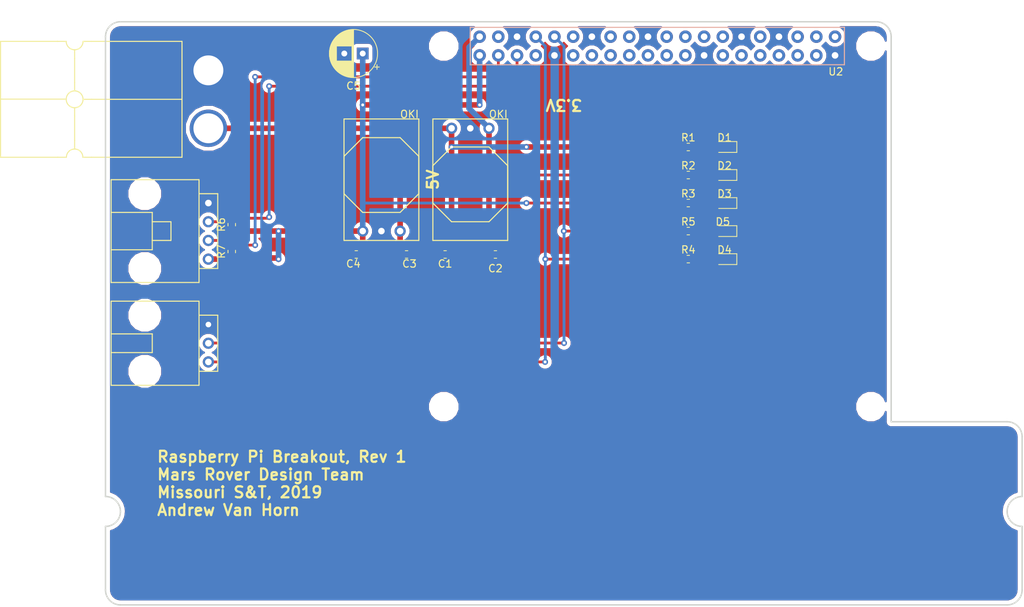
<source format=kicad_pcb>
(kicad_pcb (version 20171130) (host pcbnew "(5.0.0)")

  (general
    (thickness 1.6)
    (drawings 20)
    (tracks 80)
    (zones 0)
    (modules 23)
    (nets 14)
  )

  (page A4)
  (layers
    (0 F.Cu signal)
    (31 B.Cu signal)
    (32 B.Adhes user)
    (33 F.Adhes user)
    (34 B.Paste user)
    (35 F.Paste user)
    (36 B.SilkS user)
    (37 F.SilkS user)
    (38 B.Mask user)
    (39 F.Mask user)
    (40 Dwgs.User user)
    (41 Cmts.User user)
    (42 Eco1.User user)
    (43 Eco2.User user)
    (44 Edge.Cuts user)
    (45 Margin user)
    (46 B.CrtYd user)
    (47 F.CrtYd user)
    (48 B.Fab user)
    (49 F.Fab user)
  )

  (setup
    (last_trace_width 0.381)
    (user_trace_width 0.381)
    (user_trace_width 0.762)
    (trace_clearance 0.2)
    (zone_clearance 0.508)
    (zone_45_only no)
    (trace_min 0.2)
    (segment_width 0.2)
    (edge_width 0.2)
    (via_size 0.8)
    (via_drill 0.4)
    (via_min_size 0.4)
    (via_min_drill 0.3)
    (uvia_size 0.3)
    (uvia_drill 0.1)
    (uvias_allowed no)
    (uvia_min_size 0.2)
    (uvia_min_drill 0.1)
    (pcb_text_width 0.3)
    (pcb_text_size 1.5 1.5)
    (mod_edge_width 0.15)
    (mod_text_size 1 1)
    (mod_text_width 0.15)
    (pad_size 1.524 1.524)
    (pad_drill 0.762)
    (pad_to_mask_clearance 0.051)
    (solder_mask_min_width 0.25)
    (aux_axis_origin 0 0)
    (visible_elements 7FFFF7FF)
    (pcbplotparams
      (layerselection 0x010fc_ffffffff)
      (usegerberextensions false)
      (usegerberattributes false)
      (usegerberadvancedattributes false)
      (creategerberjobfile false)
      (excludeedgelayer true)
      (linewidth 0.100000)
      (plotframeref false)
      (viasonmask false)
      (mode 1)
      (useauxorigin false)
      (hpglpennumber 1)
      (hpglpenspeed 20)
      (hpglpendiameter 15.000000)
      (psnegative false)
      (psa4output false)
      (plotreference true)
      (plotvalue true)
      (plotinvisibletext false)
      (padsonsilk false)
      (subtractmaskfromsilk false)
      (outputformat 1)
      (mirror false)
      (drillshape 0)
      (scaleselection 1)
      (outputdirectory "Gerbs/"))
  )

  (net 0 "")
  (net 1 GND)
  (net 2 +5V)
  (net 3 +12V)
  (net 4 +3V3)
  (net 5 Serial_Tx)
  (net 6 Serial_Rx)
  (net 7 SDA1)
  (net 8 SCL1)
  (net 9 "Net-(D1-Pad2)")
  (net 10 "Net-(D2-Pad2)")
  (net 11 "Net-(D3-Pad2)")
  (net 12 "Net-(D4-Pad2)")
  (net 13 "Net-(D5-Pad2)")

  (net_class Default "This is the default net class."
    (clearance 0.2)
    (trace_width 0.25)
    (via_dia 0.8)
    (via_drill 0.4)
    (uvia_dia 0.3)
    (uvia_drill 0.1)
    (add_net +12V)
    (add_net +3V3)
    (add_net +5V)
    (add_net GND)
    (add_net "Net-(D1-Pad2)")
    (add_net "Net-(D2-Pad2)")
    (add_net "Net-(D3-Pad2)")
    (add_net "Net-(D4-Pad2)")
    (add_net "Net-(D5-Pad2)")
    (add_net SCL1)
    (add_net SDA1)
    (add_net Serial_Rx)
    (add_net Serial_Tx)
  )

  (module MRDT_Shields:RaspberryPi_THT_BOTTOM (layer F.Cu) (tedit 5C7863DD) (tstamp 5D9DB718)
    (at 72.39 128.27)
    (path /5C785CE2)
    (fp_text reference U2 (at 99.162799 -47.065001) (layer F.SilkS)
      (effects (font (size 1 1) (thickness 0.15)))
    )
    (fp_text value Raspberry_Pi (at 75.032799 -55.955001) (layer F.Fab)
      (effects (font (size 1 1) (thickness 0.15)))
    )
    (fp_line (start -0.254 -51.816) (end 0.254 -51.816) (layer F.Fab) (width 0.05))
    (fp_line (start 1.778 -51.816) (end 2.286 -51.816) (layer F.Fab) (width 0.05))
    (fp_line (start 2.032 -51.562) (end 2.032 -52.07) (layer F.Fab) (width 0.05))
    (fp_arc (start 2.032 -51.816) (end 0 -51.816) (angle 90) (layer F.Fab) (width 0.15))
    (fp_line (start 2.032 -53.594) (end 2.032 -54.102) (layer F.Fab) (width 0.05))
    (fp_arc (start 104.648 -51.816) (end 104.648 -53.848) (angle 90) (layer F.Fab) (width 0.15))
    (fp_line (start 104.648 -52.07) (end 104.648 -51.562) (layer F.Fab) (width 0.05))
    (fp_line (start 104.648 -54.102) (end 104.648 -53.594) (layer F.Fab) (width 0.05))
    (fp_line (start 106.426 -51.816) (end 106.934 -51.816) (layer F.Fab) (width 0.05))
    (fp_line (start 104.394 -51.816) (end 104.902 -51.816) (layer F.Fab) (width 0.05))
    (fp_line (start 122.428 0.508) (end 106.68 0.508) (layer F.Fab) (width 0.15))
    (fp_line (start 122.428 0.254) (end 122.428 0.762) (layer F.Fab) (width 0.05))
    (fp_line (start 124.206 2.54) (end 124.714 2.54) (layer F.Fab) (width 0.05))
    (fp_line (start 122.428 2.286) (end 122.428 2.794) (layer F.Fab) (width 0.05))
    (fp_line (start 122.174 2.54) (end 122.682 2.54) (layer F.Fab) (width 0.05))
    (fp_arc (start 122.428 2.54) (end 122.428 0.508) (angle 90) (layer F.Fab) (width 0.15))
    (fp_line (start 122.428 25.146) (end 122.428 25.654) (layer F.Fab) (width 0.05))
    (fp_line (start 122.428 23.114) (end 122.428 23.622) (layer F.Fab) (width 0.05))
    (fp_line (start 122.174 23.368) (end 122.682 23.368) (layer F.Fab) (width 0.05))
    (fp_line (start 124.206 23.368) (end 124.714 23.368) (layer F.Fab) (width 0.05))
    (fp_arc (start 122.428 23.368) (end 124.46 23.368) (angle 90) (layer F.Fab) (width 0.15))
    (fp_line (start 124.46 10.414) (end 124.46 10.922) (layer F.Fab) (width 0.05))
    (fp_line (start 124.206 10.668) (end 124.714 10.668) (layer F.Fab) (width 0.05))
    (fp_line (start 124.46 14.478) (end 124.46 14.986) (layer F.Fab) (width 0.05))
    (fp_line (start 124.206 14.732) (end 124.714 14.732) (layer F.Fab) (width 0.05))
    (fp_line (start 124.206 12.7) (end 124.714 12.7) (layer F.Fab) (width 0.05))
    (fp_line (start 124.46 12.446) (end 124.46 12.954) (layer F.Fab) (width 0.05))
    (fp_line (start 0 10.414) (end 0 10.922) (layer F.Fab) (width 0.05))
    (fp_line (start -0.254 10.668) (end 0.254 10.668) (layer F.Fab) (width 0.05))
    (fp_line (start 0 14.478) (end 0 14.986) (layer F.Fab) (width 0.05))
    (fp_line (start -0.254 14.732) (end 0.254 14.732) (layer F.Fab) (width 0.05))
    (fp_line (start -0.254 12.7) (end 0.254 12.7) (layer F.Fab) (width 0.05))
    (fp_line (start 0 12.446) (end 0 12.954) (layer F.Fab) (width 0.05))
    (fp_line (start 1.778 23.368) (end 2.286 23.368) (layer F.Fab) (width 0.05))
    (fp_line (start 2.032 23.114) (end 2.032 23.622) (layer F.Fab) (width 0.05))
    (fp_line (start 0.254 23.368) (end -0.254 23.368) (layer F.Fab) (width 0.05))
    (fp_arc (start 2.032 23.368) (end 2.032 25.4) (angle 90) (layer F.Fab) (width 0.15))
    (fp_line (start 0 -48.26) (end 0 -43.18) (layer B.SilkS) (width 0.15))
    (fp_line (start 0 -51.816) (end 0 0.508) (layer F.Fab) (width 0.15))
    (fp_line (start 106.68 -20.32) (end 106.68 0.508) (layer F.Fab) (width 0.15))
    (fp_line (start 2.54 25.4) (end 121.92 25.4) (layer F.Fab) (width 0.15))
    (fp_line (start 124.46 10.668) (end 124.46 2.54) (layer F.Fab) (width 0.15))
    (fp_line (start 124.46 14.732) (end 124.46 22.86) (layer F.Fab) (width 0.15))
    (fp_line (start 0 10.668) (end 0 0.508) (layer F.Fab) (width 0.15))
    (fp_line (start 0 22.86) (end 0 14.732) (layer F.Fab) (width 0.15))
    (fp_arc (start 0 12.7) (end 0 10.668) (angle 90) (layer F.Fab) (width 0.15))
    (fp_arc (start 0 12.7) (end 2.032 12.7) (angle 90) (layer F.Fab) (width 0.15))
    (fp_arc (start 124.46 12.7) (end 124.46 14.732) (angle 90) (layer F.Fab) (width 0.15))
    (fp_arc (start 124.46 12.7) (end 122.428 12.7) (angle 90) (layer F.Fab) (width 0.15))
    (fp_line (start 0 22.86) (end 0 23.368) (layer F.Fab) (width 0.15))
    (fp_line (start 2.032 25.4) (end 2.54 25.4) (layer F.Fab) (width 0.15))
    (fp_line (start 2.032 25.146) (end 2.032 25.654) (layer F.Fab) (width 0.05))
    (fp_line (start 121.92 25.4) (end 122.428 25.4) (layer F.Fab) (width 0.15))
    (fp_line (start 124.46 23.3426) (end 124.46 22.86) (layer F.Fab) (width 0.15))
    (fp_text user "Connectors KEEP OUT" (at 115.57 -25.146 90) (layer F.Fab)
      (effects (font (size 2 2) (thickness 0.15)))
    )
    (fp_line (start 106.68 -51.816) (end 106.68 -4.572) (layer F.Fab) (width 0.15))
    (fp_line (start 2.032 -53.848) (end 104.648 -53.848) (layer F.Fab) (width 0.15))
    (fp_line (start 49.53 -48.006) (end 100.33 -48.006) (layer B.SilkS) (width 0.15))
    (fp_line (start 49.53 -53.086) (end 49.53 -48.006) (layer B.SilkS) (width 0.15))
    (fp_line (start 100.33 -53.086) (end 49.53 -53.086) (layer B.SilkS) (width 0.15))
    (fp_line (start 100.33 -48.006) (end 100.33 -53.086) (layer B.SilkS) (width 0.15))
    (pad "" np_thru_hole circle (at 103.93 -1.546) (size 3 3) (drill 3) (layers *.Cu *.Mask))
    (pad "" np_thru_hole circle (at 103.93 -50.546) (size 3 3) (drill 3) (layers *.Cu *.Mask))
    (pad "" np_thru_hole circle (at 45.93 -1.546) (size 3 3) (drill 3) (layers *.Cu *.Mask))
    (pad "" np_thru_hole circle (at 45.93 -50.546) (size 3 3) (drill 3) (layers *.Cu *.Mask))
    (pad 40 thru_hole circle (at 99.06 -51.816) (size 1.7 1.7) (drill 0.9) (layers *.Cu *.Mask))
    (pad 39 thru_hole circle (at 99.06 -49.276) (size 1.7 1.7) (drill 0.9) (layers *.Cu *.Mask)
      (net 1 GND))
    (pad 38 thru_hole circle (at 96.52 -51.816) (size 1.7 1.7) (drill 0.9) (layers *.Cu *.Mask))
    (pad 37 thru_hole circle (at 96.52 -49.276) (size 1.7 1.7) (drill 0.9) (layers *.Cu *.Mask))
    (pad 36 thru_hole circle (at 93.98 -51.816) (size 1.7 1.7) (drill 0.9) (layers *.Cu *.Mask))
    (pad 35 thru_hole circle (at 93.98 -49.276) (size 1.7 1.7) (drill 0.9) (layers *.Cu *.Mask))
    (pad 34 thru_hole circle (at 91.44 -51.816) (size 1.7 1.7) (drill 0.9) (layers *.Cu *.Mask)
      (net 1 GND))
    (pad 33 thru_hole circle (at 91.44 -49.276) (size 1.7 1.7) (drill 0.9) (layers *.Cu *.Mask))
    (pad 32 thru_hole circle (at 88.9 -51.816) (size 1.7 1.7) (drill 0.9) (layers *.Cu *.Mask))
    (pad 31 thru_hole circle (at 88.9 -49.276) (size 1.7 1.7) (drill 0.9) (layers *.Cu *.Mask))
    (pad 30 thru_hole circle (at 86.36 -51.816) (size 1.7 1.7) (drill 0.9) (layers *.Cu *.Mask)
      (net 1 GND))
    (pad 29 thru_hole circle (at 86.36 -49.276) (size 1.7 1.7) (drill 0.9) (layers *.Cu *.Mask))
    (pad 28 thru_hole circle (at 83.82 -51.816) (size 1.7 1.7) (drill 0.9) (layers *.Cu *.Mask))
    (pad 27 thru_hole circle (at 83.82 -49.276) (size 1.7 1.7) (drill 0.9) (layers *.Cu *.Mask))
    (pad 26 thru_hole circle (at 81.28 -51.816) (size 1.7 1.7) (drill 0.9) (layers *.Cu *.Mask))
    (pad 25 thru_hole circle (at 81.28 -49.276) (size 1.7 1.7) (drill 0.9) (layers *.Cu *.Mask)
      (net 1 GND))
    (pad 24 thru_hole circle (at 78.74 -51.816) (size 1.7 1.7) (drill 0.9) (layers *.Cu *.Mask))
    (pad 23 thru_hole circle (at 78.74 -49.276) (size 1.7 1.7) (drill 0.9) (layers *.Cu *.Mask))
    (pad 22 thru_hole circle (at 76.2 -51.816) (size 1.7 1.7) (drill 0.9) (layers *.Cu *.Mask))
    (pad 21 thru_hole circle (at 76.2 -49.276) (size 1.7 1.7) (drill 0.9) (layers *.Cu *.Mask))
    (pad 20 thru_hole circle (at 73.66 -51.816) (size 1.7 1.7) (drill 0.9) (layers *.Cu *.Mask)
      (net 1 GND))
    (pad 19 thru_hole circle (at 73.66 -49.276) (size 1.7 1.7) (drill 0.9) (layers *.Cu *.Mask))
    (pad 18 thru_hole circle (at 71.12 -51.816) (size 1.7 1.7) (drill 0.9) (layers *.Cu *.Mask))
    (pad 17 thru_hole circle (at 71.12 -49.276) (size 1.7 1.7) (drill 0.9) (layers *.Cu *.Mask)
      (net 4 +3V3))
    (pad 16 thru_hole circle (at 68.58 -51.816) (size 1.7 1.7) (drill 0.9) (layers *.Cu *.Mask))
    (pad 15 thru_hole circle (at 68.58 -49.276) (size 1.7 1.7) (drill 0.9) (layers *.Cu *.Mask))
    (pad 14 thru_hole circle (at 66.04 -51.816) (size 1.7 1.7) (drill 0.9) (layers *.Cu *.Mask)
      (net 1 GND))
    (pad 13 thru_hole circle (at 66.04 -49.276) (size 1.7 1.7) (drill 0.9) (layers *.Cu *.Mask))
    (pad 12 thru_hole circle (at 63.5 -51.816) (size 1.7 1.7) (drill 0.9) (layers *.Cu *.Mask))
    (pad 11 thru_hole circle (at 63.5 -49.276) (size 1.7 1.7) (drill 0.9) (layers *.Cu *.Mask))
    (pad 10 thru_hole circle (at 60.96 -51.816) (size 1.7 1.7) (drill 0.9) (layers *.Cu *.Mask)
      (net 6 Serial_Rx))
    (pad 9 thru_hole circle (at 60.96 -49.276) (size 1.7 1.7) (drill 0.9) (layers *.Cu *.Mask)
      (net 1 GND))
    (pad 8 thru_hole circle (at 58.42 -51.816) (size 1.7 1.7) (drill 0.9) (layers *.Cu *.Mask)
      (net 5 Serial_Tx))
    (pad 7 thru_hole circle (at 58.42 -49.276) (size 1.7 1.7) (drill 0.9) (layers *.Cu *.Mask))
    (pad 6 thru_hole circle (at 55.88 -51.816) (size 1.7 1.7) (drill 0.9) (layers *.Cu *.Mask)
      (net 1 GND))
    (pad 5 thru_hole circle (at 55.88 -49.276) (size 1.7 1.7) (drill 0.9) (layers *.Cu *.Mask)
      (net 8 SCL1))
    (pad 4 thru_hole circle (at 53.34 -51.816) (size 1.7 1.7) (drill 0.9) (layers *.Cu *.Mask)
      (net 2 +5V))
    (pad 3 thru_hole circle (at 53.34 -49.276) (size 1.7 1.7) (drill 0.9) (layers *.Cu *.Mask)
      (net 7 SDA1))
    (pad 2 thru_hole circle (at 50.8 -51.816) (size 1.7 1.7) (drill 0.9) (layers *.Cu *.Mask)
      (net 2 +5V))
    (pad 1 thru_hole circle (at 50.8 -49.276) (size 1.7 1.7) (drill 0.9) (layers *.Cu *.Mask)
      (net 4 +3V3))
  )

  (module Capacitor_SMD:C_0603_1608Metric_Pad1.05x0.95mm_HandSolder (layer F.Cu) (tedit 5B301BBE) (tstamp 5D932B7F)
    (at 118.505 106.045 180)
    (descr "Capacitor SMD 0603 (1608 Metric), square (rectangular) end terminal, IPC_7351 nominal with elongated pad for handsoldering. (Body size source: http://www.tortai-tech.com/upload/download/2011102023233369053.pdf), generated with kicad-footprint-generator")
    (tags "capacitor handsolder")
    (path /5D856A0E)
    (attr smd)
    (fp_text reference C1 (at 0 -1.27 180) (layer F.SilkS)
      (effects (font (size 1 1) (thickness 0.15)))
    )
    (fp_text value 10u (at 0 1.43 180) (layer F.Fab)
      (effects (font (size 1 1) (thickness 0.15)))
    )
    (fp_text user %R (at 0 0 180) (layer F.Fab)
      (effects (font (size 0.4 0.4) (thickness 0.06)))
    )
    (fp_line (start 1.65 0.73) (end -1.65 0.73) (layer F.CrtYd) (width 0.05))
    (fp_line (start 1.65 -0.73) (end 1.65 0.73) (layer F.CrtYd) (width 0.05))
    (fp_line (start -1.65 -0.73) (end 1.65 -0.73) (layer F.CrtYd) (width 0.05))
    (fp_line (start -1.65 0.73) (end -1.65 -0.73) (layer F.CrtYd) (width 0.05))
    (fp_line (start -0.171267 0.51) (end 0.171267 0.51) (layer F.SilkS) (width 0.12))
    (fp_line (start -0.171267 -0.51) (end 0.171267 -0.51) (layer F.SilkS) (width 0.12))
    (fp_line (start 0.8 0.4) (end -0.8 0.4) (layer F.Fab) (width 0.1))
    (fp_line (start 0.8 -0.4) (end 0.8 0.4) (layer F.Fab) (width 0.1))
    (fp_line (start -0.8 -0.4) (end 0.8 -0.4) (layer F.Fab) (width 0.1))
    (fp_line (start -0.8 0.4) (end -0.8 -0.4) (layer F.Fab) (width 0.1))
    (pad 2 smd roundrect (at 0.875 0 180) (size 1.05 0.95) (layers F.Cu F.Paste F.Mask) (roundrect_rratio 0.25)
      (net 1 GND))
    (pad 1 smd roundrect (at -0.875 0 180) (size 1.05 0.95) (layers F.Cu F.Paste F.Mask) (roundrect_rratio 0.25)
      (net 3 +12V))
    (model ${KISYS3DMOD}/Capacitor_SMD.3dshapes/C_0603_1608Metric.wrl
      (at (xyz 0 0 0))
      (scale (xyz 1 1 1))
      (rotate (xyz 0 0 0))
    )
  )

  (module Capacitor_SMD:C_0603_1608Metric_Pad1.05x0.95mm_HandSolder (layer F.Cu) (tedit 5B301BBE) (tstamp 5D9328CE)
    (at 125.335 106.045)
    (descr "Capacitor SMD 0603 (1608 Metric), square (rectangular) end terminal, IPC_7351 nominal with elongated pad for handsoldering. (Body size source: http://www.tortai-tech.com/upload/download/2011102023233369053.pdf), generated with kicad-footprint-generator")
    (tags "capacitor handsolder")
    (path /5C785F20)
    (attr smd)
    (fp_text reference C2 (at 0 1.905) (layer F.SilkS)
      (effects (font (size 1 1) (thickness 0.15)))
    )
    (fp_text value 10u (at 0 1.43) (layer F.Fab)
      (effects (font (size 1 1) (thickness 0.15)))
    )
    (fp_text user %R (at 0 0) (layer F.Fab)
      (effects (font (size 0.4 0.4) (thickness 0.06)))
    )
    (fp_line (start 1.65 0.73) (end -1.65 0.73) (layer F.CrtYd) (width 0.05))
    (fp_line (start 1.65 -0.73) (end 1.65 0.73) (layer F.CrtYd) (width 0.05))
    (fp_line (start -1.65 -0.73) (end 1.65 -0.73) (layer F.CrtYd) (width 0.05))
    (fp_line (start -1.65 0.73) (end -1.65 -0.73) (layer F.CrtYd) (width 0.05))
    (fp_line (start -0.171267 0.51) (end 0.171267 0.51) (layer F.SilkS) (width 0.12))
    (fp_line (start -0.171267 -0.51) (end 0.171267 -0.51) (layer F.SilkS) (width 0.12))
    (fp_line (start 0.8 0.4) (end -0.8 0.4) (layer F.Fab) (width 0.1))
    (fp_line (start 0.8 -0.4) (end 0.8 0.4) (layer F.Fab) (width 0.1))
    (fp_line (start -0.8 -0.4) (end 0.8 -0.4) (layer F.Fab) (width 0.1))
    (fp_line (start -0.8 0.4) (end -0.8 -0.4) (layer F.Fab) (width 0.1))
    (pad 2 smd roundrect (at 0.875 0) (size 1.05 0.95) (layers F.Cu F.Paste F.Mask) (roundrect_rratio 0.25)
      (net 1 GND))
    (pad 1 smd roundrect (at -0.875 0) (size 1.05 0.95) (layers F.Cu F.Paste F.Mask) (roundrect_rratio 0.25)
      (net 2 +5V))
    (model ${KISYS3DMOD}/Capacitor_SMD.3dshapes/C_0603_1608Metric.wrl
      (at (xyz 0 0 0))
      (scale (xyz 1 1 1))
      (rotate (xyz 0 0 0))
    )
  )

  (module MRDT_Connectors:Anderson_2_Horizontal_Side_by_Side (layer F.Cu) (tedit 5C22EDE8) (tstamp 5D859CEB)
    (at 82.7786 92.837)
    (path /5C785D5E)
    (fp_text reference Conn1 (at -1.8796 0.762) (layer F.SilkS) hide
      (effects (font (size 1 1) (thickness 0.15)))
    )
    (fp_text value AndersonPP (at -12.8651 -16.764) (layer F.Fab)
      (effects (font (size 1 1) (thickness 0.15)))
    )
    (fp_line (start -12.2936 -15.748) (end 0 -15.748) (layer F.SilkS) (width 0.15))
    (fp_line (start -24.6126 -15.748) (end -16.8656 -15.748) (layer F.SilkS) (width 0.15))
    (fp_line (start -16.8656 0) (end -24.6126 0) (layer F.SilkS) (width 0.15))
    (fp_line (start -12.2936 0) (end 0 0) (layer F.SilkS) (width 0.15))
    (fp_circle (center -14.5796 -7.874) (end -14.5796 -6.731) (layer F.SilkS) (width 0.15))
    (fp_line (start -14.5796 -10.16) (end -14.5796 -13.4366) (layer F.SilkS) (width 0.15))
    (fp_line (start -12.2936 -7.874) (end 0 -7.874) (layer F.SilkS) (width 0.15))
    (fp_line (start -14.5796 -5.588) (end -14.5796 -2.286) (layer F.SilkS) (width 0.15))
    (fp_line (start -12.2936 -7.874) (end -13.4366 -7.874) (layer F.SilkS) (width 0.15))
    (fp_line (start -14.5796 -10.16) (end -14.5796 -9.017) (layer F.SilkS) (width 0.15))
    (fp_line (start -24.6126 -7.8994) (end -15.7226 -7.8994) (layer F.SilkS) (width 0.15))
    (fp_line (start -14.5796 -5.588) (end -14.5796 -6.731) (layer F.SilkS) (width 0.15))
    (fp_line (start -14.5796 -14.605) (end -14.5796 -13.4366) (layer F.SilkS) (width 0.15))
    (fp_line (start -12.319 -15.748) (end -13.4112 -15.748) (layer F.SilkS) (width 0.15))
    (fp_line (start -16.891 0) (end -15.7226 0) (layer F.SilkS) (width 0.15))
    (fp_line (start -14.5796 -2.3114) (end -14.5796 -1.143) (layer F.SilkS) (width 0.15))
    (fp_line (start -12.2682 0) (end -13.462 0) (layer F.SilkS) (width 0.15))
    (fp_arc (start -14.5796 -15.748) (end -14.5796 -14.605) (angle 90) (layer F.SilkS) (width 0.15))
    (fp_arc (start -14.5796 -15.748) (end -13.4366 -15.748) (angle 90) (layer F.SilkS) (width 0.15))
    (fp_line (start -15.7226 -15.748) (end -16.9418 -15.748) (layer F.SilkS) (width 0.15))
    (fp_line (start 0 -15.748) (end 0 0) (layer F.SilkS) (width 0.15))
    (fp_line (start -24.638 -15.748) (end -24.638 0) (layer F.SilkS) (width 0.15))
    (fp_arc (start -14.5796 0) (end -15.6972 0) (angle 90) (layer F.SilkS) (width 0.15))
    (fp_arc (start -14.5796 0) (end -14.5796 -1.1176) (angle 90) (layer F.SilkS) (width 0.15))
    (pad 1 thru_hole circle (at 3.5814 -11.811) (size 5.08 5.08) (drill 4.06) (layers *.Cu *.Mask F.Paste)
      (net 1 GND))
    (pad 2 thru_hole circle (at 3.5814 -3.937) (size 5.08 5.08) (drill 4.06) (layers *.Cu *.Mask F.Paste)
      (net 3 +12V))
    (model "${MRDT_KICAD_LIBRARIES}/3D Files/MRDT_Connctors/Anderson_2_Horizontal_Side_by_Side.stp"
      (offset (xyz 0 0 7.619999885559082))
      (scale (xyz 1 1 1))
      (rotate (xyz 180 0 180))
    )
  )

  (module MRDT_Devices:OKI_Horizontal (layer F.Cu) (tedit 5D856D4D) (tstamp 5D930BC4)
    (at 116.84 87.63)
    (tags OKI)
    (path /5C785C5E)
    (fp_text reference U1 (at 2.54 -1.27) (layer F.SilkS) hide
      (effects (font (size 1 1) (thickness 0.15)))
    )
    (fp_text value OKI (at 8.89 -0.635) (layer F.SilkS)
      (effects (font (size 1 1) (thickness 0.15)))
    )
    (fp_line (start 0 16.51) (end 0 0) (layer F.SilkS) (width 0.15))
    (fp_line (start 10.16 0) (end 10.16 16.51) (layer F.SilkS) (width 0.15))
    (fp_line (start 0 0) (end 10.16 0) (layer F.SilkS) (width 0.15))
    (fp_line (start 0 16.51) (end 10.16 16.51) (layer F.SilkS) (width 0.15))
    (fp_line (start 2.54 3.81) (end 7.62 3.81) (layer F.SilkS) (width 0.15))
    (fp_line (start 0 6.35) (end 2.54 3.81) (layer F.SilkS) (width 0.15))
    (fp_line (start 0 11.43) (end 0 6.35) (layer F.SilkS) (width 0.15))
    (fp_line (start 2.54 13.97) (end 0 11.43) (layer F.SilkS) (width 0.15))
    (fp_line (start 7.62 13.97) (end 2.54 13.97) (layer F.SilkS) (width 0.15))
    (fp_line (start 10.16 11.43) (end 7.62 13.97) (layer F.SilkS) (width 0.15))
    (fp_line (start 10.16 6.35) (end 10.16 11.43) (layer F.SilkS) (width 0.15))
    (fp_line (start 7.62 3.81) (end 10.16 6.35) (layer F.SilkS) (width 0.15))
    (pad 3 thru_hole circle (at 7.62 1.27) (size 1.524 1.524) (drill 0.889) (layers *.Cu *.Mask)
      (net 2 +5V))
    (pad 2 thru_hole circle (at 5.08 1.27) (size 1.524 1.524) (drill 0.889) (layers *.Cu *.Mask)
      (net 1 GND))
    (pad 1 thru_hole circle (at 2.54 1.27) (size 1.524 1.524) (drill 0.889) (layers *.Cu *.Mask)
      (net 3 +12V))
    (model "${MRDT_KICAD_LIBRARIES}/3D Files/MRDT_Devices/OKI.stp"
      (offset (xyz -0.2539999961853027 0 3.809999942779541))
      (scale (xyz 1 1 1))
      (rotate (xyz 0 0 90))
    )
  )

  (module Capacitor_SMD:C_0603_1608Metric_Pad1.05x0.95mm_HandSolder (layer F.Cu) (tedit 5B301BBE) (tstamp 5D9306FF)
    (at 113.27 106.045)
    (descr "Capacitor SMD 0603 (1608 Metric), square (rectangular) end terminal, IPC_7351 nominal with elongated pad for handsoldering. (Body size source: http://www.tortai-tech.com/upload/download/2011102023233369053.pdf), generated with kicad-footprint-generator")
    (tags "capacitor handsolder")
    (path /5D856A50)
    (attr smd)
    (fp_text reference C3 (at 0.395 1.27) (layer F.SilkS)
      (effects (font (size 1 1) (thickness 0.15)))
    )
    (fp_text value 10u (at 0 1.43) (layer F.Fab)
      (effects (font (size 1 1) (thickness 0.15)))
    )
    (fp_text user %R (at 0 0) (layer F.Fab)
      (effects (font (size 0.4 0.4) (thickness 0.06)))
    )
    (fp_line (start 1.65 0.73) (end -1.65 0.73) (layer F.CrtYd) (width 0.05))
    (fp_line (start 1.65 -0.73) (end 1.65 0.73) (layer F.CrtYd) (width 0.05))
    (fp_line (start -1.65 -0.73) (end 1.65 -0.73) (layer F.CrtYd) (width 0.05))
    (fp_line (start -1.65 0.73) (end -1.65 -0.73) (layer F.CrtYd) (width 0.05))
    (fp_line (start -0.171267 0.51) (end 0.171267 0.51) (layer F.SilkS) (width 0.12))
    (fp_line (start -0.171267 -0.51) (end 0.171267 -0.51) (layer F.SilkS) (width 0.12))
    (fp_line (start 0.8 0.4) (end -0.8 0.4) (layer F.Fab) (width 0.1))
    (fp_line (start 0.8 -0.4) (end 0.8 0.4) (layer F.Fab) (width 0.1))
    (fp_line (start -0.8 -0.4) (end 0.8 -0.4) (layer F.Fab) (width 0.1))
    (fp_line (start -0.8 0.4) (end -0.8 -0.4) (layer F.Fab) (width 0.1))
    (pad 2 smd roundrect (at 0.875 0) (size 1.05 0.95) (layers F.Cu F.Paste F.Mask) (roundrect_rratio 0.25)
      (net 1 GND))
    (pad 1 smd roundrect (at -0.875 0) (size 1.05 0.95) (layers F.Cu F.Paste F.Mask) (roundrect_rratio 0.25)
      (net 3 +12V))
    (model ${KISYS3DMOD}/Capacitor_SMD.3dshapes/C_0603_1608Metric.wrl
      (at (xyz 0 0 0))
      (scale (xyz 1 1 1))
      (rotate (xyz 0 0 0))
    )
  )

  (module Capacitor_SMD:C_0603_1608Metric_Pad1.05x0.95mm_HandSolder (layer F.Cu) (tedit 5B301BBE) (tstamp 5D9306CF)
    (at 106.44 106.045 180)
    (descr "Capacitor SMD 0603 (1608 Metric), square (rectangular) end terminal, IPC_7351 nominal with elongated pad for handsoldering. (Body size source: http://www.tortai-tech.com/upload/download/2011102023233369053.pdf), generated with kicad-footprint-generator")
    (tags "capacitor handsolder")
    (path /5D856669)
    (attr smd)
    (fp_text reference C4 (at 0.395 -1.27 180) (layer F.SilkS)
      (effects (font (size 1 1) (thickness 0.15)))
    )
    (fp_text value 10u (at 0 1.43 180) (layer F.Fab)
      (effects (font (size 1 1) (thickness 0.15)))
    )
    (fp_line (start -0.8 0.4) (end -0.8 -0.4) (layer F.Fab) (width 0.1))
    (fp_line (start -0.8 -0.4) (end 0.8 -0.4) (layer F.Fab) (width 0.1))
    (fp_line (start 0.8 -0.4) (end 0.8 0.4) (layer F.Fab) (width 0.1))
    (fp_line (start 0.8 0.4) (end -0.8 0.4) (layer F.Fab) (width 0.1))
    (fp_line (start -0.171267 -0.51) (end 0.171267 -0.51) (layer F.SilkS) (width 0.12))
    (fp_line (start -0.171267 0.51) (end 0.171267 0.51) (layer F.SilkS) (width 0.12))
    (fp_line (start -1.65 0.73) (end -1.65 -0.73) (layer F.CrtYd) (width 0.05))
    (fp_line (start -1.65 -0.73) (end 1.65 -0.73) (layer F.CrtYd) (width 0.05))
    (fp_line (start 1.65 -0.73) (end 1.65 0.73) (layer F.CrtYd) (width 0.05))
    (fp_line (start 1.65 0.73) (end -1.65 0.73) (layer F.CrtYd) (width 0.05))
    (fp_text user %R (at 0 0 180) (layer F.Fab)
      (effects (font (size 0.4 0.4) (thickness 0.06)))
    )
    (pad 1 smd roundrect (at -0.875 0 180) (size 1.05 0.95) (layers F.Cu F.Paste F.Mask) (roundrect_rratio 0.25)
      (net 4 +3V3))
    (pad 2 smd roundrect (at 0.875 0 180) (size 1.05 0.95) (layers F.Cu F.Paste F.Mask) (roundrect_rratio 0.25)
      (net 1 GND))
    (model ${KISYS3DMOD}/Capacitor_SMD.3dshapes/C_0603_1608Metric.wrl
      (at (xyz 0 0 0))
      (scale (xyz 1 1 1))
      (rotate (xyz 0 0 0))
    )
  )

  (module MRDT_Connectors:MOLEX_SL_03_Horizontal (layer F.Cu) (tedit 5C675A44) (tstamp 5D9DB887)
    (at 86.36 118.11 90)
    (path /5D861CD2)
    (fp_text reference Conn2 (at -1.27 2.54 90) (layer F.SilkS) hide
      (effects (font (size 1 1) (thickness 0.15)))
    )
    (fp_text value Molex_SL_03 (at 0.635 2.032 90) (layer F.Fab)
      (effects (font (size 1 1) (thickness 0.15)))
    )
    (fp_line (start 1.27 -7.62) (end -1.27 -7.62) (layer F.SilkS) (width 0.15))
    (fp_line (start 5.715 -13.208) (end -5.715 -13.208) (layer F.SilkS) (width 0.15))
    (fp_line (start 5.715 -1.27) (end -3.81 -1.27) (layer F.SilkS) (width 0.15))
    (fp_line (start 3.81 1.27) (end -3.81 1.27) (layer F.SilkS) (width 0.15))
    (fp_line (start 1.27 -13.208) (end 1.27 -7.62) (layer F.SilkS) (width 0.15))
    (fp_line (start 5.715 -1.27) (end 5.715 -13.208) (layer F.SilkS) (width 0.15))
    (fp_line (start -1.27 -13.208) (end -1.27 -12.7) (layer F.SilkS) (width 0.15))
    (fp_line (start -5.715 -1.27) (end -5.715 -13.208) (layer F.SilkS) (width 0.15))
    (fp_line (start -3.81 -1.27) (end -5.715 -1.27) (layer F.SilkS) (width 0.15))
    (fp_line (start -1.27 -8.89) (end -1.27 -7.62) (layer F.SilkS) (width 0.15))
    (fp_line (start -1.27 -8.89) (end -1.27 -12.7) (layer F.SilkS) (width 0.15))
    (fp_line (start 3.81 -1.27) (end 3.81 1.27) (layer F.SilkS) (width 0.15))
    (fp_line (start -3.81 1.27) (end -3.81 -1.27) (layer F.SilkS) (width 0.15))
    (pad 1 thru_hole circle (at -2.54 0 90) (size 1.524 1.524) (drill 0.9) (layers *.Cu *.Mask)
      (net 5 Serial_Tx))
    (pad 2 thru_hole circle (at 0 0 90) (size 1.524 1.524) (drill 0.9) (layers *.Cu *.Mask)
      (net 6 Serial_Rx))
    (pad 3 thru_hole circle (at 2.54 0 90) (size 1.524 1.524) (drill 0.762) (layers *.Cu *.Mask)
      (net 1 GND))
    (pad "" np_thru_hole circle (at -3.81 -8.636 90) (size 3.45 3.45) (drill 3.45) (layers *.Cu *.Mask))
    (pad "" np_thru_hole circle (at 3.81 -8.636 90) (size 3.45 3.45) (drill 3.45) (layers *.Cu *.Mask))
    (model "${MRDT_KICAD_LIBRARIES}/3D Files/MRDT_Connctors/Molex_SL_03_Horizontal.stp"
      (offset (xyz 5.079999923706055 12.95399980545044 0))
      (scale (xyz 1 1 1))
      (rotate (xyz 0 0 180))
    )
  )

  (module MRDT_Connectors:MOLEX_SL_04_Horizontal (layer F.Cu) (tedit 5C675A73) (tstamp 5D9DB8A1)
    (at 86.36 102.87 90)
    (path /5D863FC3)
    (fp_text reference Conn3 (at -2.54 2.54 90) (layer F.SilkS) hide
      (effects (font (size 1 1) (thickness 0.15)))
    )
    (fp_text value Molex_SL_04 (at -0.635 2.032 90) (layer F.Fab)
      (effects (font (size 1 1) (thickness 0.15)))
    )
    (fp_line (start -6.985 -13.208) (end 6.985 -13.208) (layer F.SilkS) (width 0.15))
    (fp_line (start -2.54 -7.62) (end 2.54 -7.62) (layer F.SilkS) (width 0.15))
    (fp_line (start 1.27 -7.62) (end 1.27 -5.08) (layer F.SilkS) (width 0.15))
    (fp_line (start 1.27 -5.08) (end -1.27 -5.08) (layer F.SilkS) (width 0.15))
    (fp_line (start 2.54 -13.208) (end 2.54 -7.62) (layer F.SilkS) (width 0.15))
    (fp_line (start 6.985 -1.27) (end 6.985 -13.208) (layer F.SilkS) (width 0.15))
    (fp_line (start 5.08 1.27) (end -5.08 1.27) (layer F.SilkS) (width 0.15))
    (fp_line (start -2.54 -13.208) (end -2.54 -12.7) (layer F.SilkS) (width 0.15))
    (fp_line (start -6.985 -1.27) (end -6.985 -13.208) (layer F.SilkS) (width 0.15))
    (fp_line (start -5.08 -1.27) (end -6.985 -1.27) (layer F.SilkS) (width 0.15))
    (fp_line (start -2.54 -8.89) (end -2.54 -7.62) (layer F.SilkS) (width 0.15))
    (fp_line (start -2.54 -8.89) (end -2.54 -12.7) (layer F.SilkS) (width 0.15))
    (fp_line (start -1.27 -7.62) (end -1.27 -5.08) (layer F.SilkS) (width 0.15))
    (fp_line (start -5.08 -1.27) (end 6.985 -1.27) (layer F.SilkS) (width 0.15))
    (fp_line (start 5.08 -1.27) (end 5.08 1.27) (layer F.SilkS) (width 0.15))
    (fp_line (start -5.08 1.27) (end -5.08 -1.27) (layer F.SilkS) (width 0.15))
    (pad 1 thru_hole circle (at -3.81 0 90) (size 1.524 1.524) (drill 0.9) (layers *.Cu *.Mask)
      (net 4 +3V3))
    (pad 2 thru_hole circle (at -1.27 0 90) (size 1.524 1.524) (drill 0.9) (layers *.Cu *.Mask)
      (net 7 SDA1))
    (pad 3 thru_hole circle (at 1.27 0 90) (size 1.524 1.524) (drill 0.9) (layers *.Cu *.Mask)
      (net 8 SCL1))
    (pad 4 thru_hole circle (at 3.81 0 90) (size 1.524 1.524) (drill 0.9) (layers *.Cu *.Mask)
      (net 1 GND))
    (pad "" np_thru_hole circle (at -5.08 -8.636 90) (size 3.45 3.45) (drill 3.45) (layers *.Cu *.Mask))
    (pad "" np_thru_hole circle (at 5.08 -8.636 90) (size 3.45 3.45) (drill 3.45) (layers *.Cu *.Mask))
    (model "${MRDT_KICAD_LIBRARIES}/3D Files/MRDT_Connctors/Molex_SL_04_Horizontal.stp"
      (offset (xyz 6.349999904632568 12.95399980545044 0))
      (scale (xyz 1 1 1))
      (rotate (xyz 0 0 180))
    )
  )

  (module MRDT_Devices:OKI_Horizontal (layer F.Cu) (tedit 5C7DBD2E) (tstamp 5D93066B)
    (at 114.935 104.14 180)
    (tags OKI)
    (path /5D85664F)
    (fp_text reference U3 (at 2.4765 -0.9652) (layer F.SilkS) hide
      (effects (font (size 1 1) (thickness 0.15)))
    )
    (fp_text value OKI (at 1.27 17.145) (layer F.SilkS)
      (effects (font (size 1 1) (thickness 0.15)))
    )
    (fp_line (start 0 16.51) (end 0 0) (layer F.SilkS) (width 0.15))
    (fp_line (start 10.16 0) (end 10.16 16.51) (layer F.SilkS) (width 0.15))
    (fp_line (start 0 0) (end 10.16 0) (layer F.SilkS) (width 0.15))
    (fp_line (start 0 16.51) (end 10.16 16.51) (layer F.SilkS) (width 0.15))
    (fp_line (start 2.54 3.81) (end 7.62 3.81) (layer F.SilkS) (width 0.15))
    (fp_line (start 0 6.35) (end 2.54 3.81) (layer F.SilkS) (width 0.15))
    (fp_line (start 0 11.43) (end 0 6.35) (layer F.SilkS) (width 0.15))
    (fp_line (start 2.54 13.97) (end 0 11.43) (layer F.SilkS) (width 0.15))
    (fp_line (start 7.62 13.97) (end 2.54 13.97) (layer F.SilkS) (width 0.15))
    (fp_line (start 10.16 11.43) (end 7.62 13.97) (layer F.SilkS) (width 0.15))
    (fp_line (start 10.16 6.35) (end 10.16 11.43) (layer F.SilkS) (width 0.15))
    (fp_line (start 7.62 3.81) (end 10.16 6.35) (layer F.SilkS) (width 0.15))
    (pad 3 thru_hole circle (at 7.62 1.27 180) (size 1.524 1.524) (drill 0.889) (layers *.Cu *.Mask)
      (net 4 +3V3))
    (pad 2 thru_hole circle (at 5.08 1.27 180) (size 1.524 1.524) (drill 0.889) (layers *.Cu *.Mask)
      (net 1 GND))
    (pad 1 thru_hole circle (at 2.54 1.27 180) (size 1.524 1.524) (drill 0.889) (layers *.Cu *.Mask)
      (net 3 +12V))
    (model "${MRDT_KICAD_LIBRARIES}/3D Files/MRDT_Devices/OKI.stp"
      (offset (xyz -0.2539999961853027 0 3.809999942779541))
      (scale (xyz 1 1 1))
      (rotate (xyz 0 0 90))
    )
    (model "${MRDT2019R2LIB}/3D Files/MRDT_Devices/OKI.stp"
      (offset (xyz 0 0 4.444999933242798))
      (scale (xyz 1 1 1))
      (rotate (xyz 0 0 90))
    )
  )

  (module Diode_SMD:D_0603_1608Metric_Pad1.05x0.95mm_HandSolder (layer F.Cu) (tedit 5B4B45C8) (tstamp 5D930B8E)
    (at 156.45 91.44 180)
    (descr "Diode SMD 0603 (1608 Metric), square (rectangular) end terminal, IPC_7351 nominal, (Body size source: http://www.tortai-tech.com/upload/download/2011102023233369053.pdf), generated with kicad-footprint-generator")
    (tags "diode handsolder")
    (path /5D871C99)
    (attr smd)
    (fp_text reference D1 (at 0 1.27 180) (layer F.SilkS)
      (effects (font (size 1 1) (thickness 0.15)))
    )
    (fp_text value LED (at 0 1.43 180) (layer F.Fab)
      (effects (font (size 1 1) (thickness 0.15)))
    )
    (fp_line (start 0.8 -0.4) (end -0.5 -0.4) (layer F.Fab) (width 0.1))
    (fp_line (start -0.5 -0.4) (end -0.8 -0.1) (layer F.Fab) (width 0.1))
    (fp_line (start -0.8 -0.1) (end -0.8 0.4) (layer F.Fab) (width 0.1))
    (fp_line (start -0.8 0.4) (end 0.8 0.4) (layer F.Fab) (width 0.1))
    (fp_line (start 0.8 0.4) (end 0.8 -0.4) (layer F.Fab) (width 0.1))
    (fp_line (start 0.8 -0.735) (end -1.66 -0.735) (layer F.SilkS) (width 0.12))
    (fp_line (start -1.66 -0.735) (end -1.66 0.735) (layer F.SilkS) (width 0.12))
    (fp_line (start -1.66 0.735) (end 0.8 0.735) (layer F.SilkS) (width 0.12))
    (fp_line (start -1.65 0.73) (end -1.65 -0.73) (layer F.CrtYd) (width 0.05))
    (fp_line (start -1.65 -0.73) (end 1.65 -0.73) (layer F.CrtYd) (width 0.05))
    (fp_line (start 1.65 -0.73) (end 1.65 0.73) (layer F.CrtYd) (width 0.05))
    (fp_line (start 1.65 0.73) (end -1.65 0.73) (layer F.CrtYd) (width 0.05))
    (fp_text user %R (at 0 0 180) (layer F.Fab)
      (effects (font (size 0.4 0.4) (thickness 0.06)))
    )
    (pad 1 smd roundrect (at -0.875 0 180) (size 1.05 0.95) (layers F.Cu F.Paste F.Mask) (roundrect_rratio 0.25)
      (net 1 GND))
    (pad 2 smd roundrect (at 0.875 0 180) (size 1.05 0.95) (layers F.Cu F.Paste F.Mask) (roundrect_rratio 0.25)
      (net 9 "Net-(D1-Pad2)"))
    (model ${KISYS3DMOD}/Diode_SMD.3dshapes/D_0603_1608Metric.wrl
      (at (xyz 0 0 0))
      (scale (xyz 1 1 1))
      (rotate (xyz 0 0 0))
    )
  )

  (module Diode_SMD:D_0603_1608Metric_Pad1.05x0.95mm_HandSolder (layer F.Cu) (tedit 5B4B45C8) (tstamp 5D930BFA)
    (at 156.45 95.25 180)
    (descr "Diode SMD 0603 (1608 Metric), square (rectangular) end terminal, IPC_7351 nominal, (Body size source: http://www.tortai-tech.com/upload/download/2011102023233369053.pdf), generated with kicad-footprint-generator")
    (tags "diode handsolder")
    (path /5D871D28)
    (attr smd)
    (fp_text reference D2 (at 0 1.27 180) (layer F.SilkS)
      (effects (font (size 1 1) (thickness 0.15)))
    )
    (fp_text value LED (at 0 1.43 180) (layer F.Fab)
      (effects (font (size 1 1) (thickness 0.15)))
    )
    (fp_text user %R (at 0 0 180) (layer F.Fab)
      (effects (font (size 0.4 0.4) (thickness 0.06)))
    )
    (fp_line (start 1.65 0.73) (end -1.65 0.73) (layer F.CrtYd) (width 0.05))
    (fp_line (start 1.65 -0.73) (end 1.65 0.73) (layer F.CrtYd) (width 0.05))
    (fp_line (start -1.65 -0.73) (end 1.65 -0.73) (layer F.CrtYd) (width 0.05))
    (fp_line (start -1.65 0.73) (end -1.65 -0.73) (layer F.CrtYd) (width 0.05))
    (fp_line (start -1.66 0.735) (end 0.8 0.735) (layer F.SilkS) (width 0.12))
    (fp_line (start -1.66 -0.735) (end -1.66 0.735) (layer F.SilkS) (width 0.12))
    (fp_line (start 0.8 -0.735) (end -1.66 -0.735) (layer F.SilkS) (width 0.12))
    (fp_line (start 0.8 0.4) (end 0.8 -0.4) (layer F.Fab) (width 0.1))
    (fp_line (start -0.8 0.4) (end 0.8 0.4) (layer F.Fab) (width 0.1))
    (fp_line (start -0.8 -0.1) (end -0.8 0.4) (layer F.Fab) (width 0.1))
    (fp_line (start -0.5 -0.4) (end -0.8 -0.1) (layer F.Fab) (width 0.1))
    (fp_line (start 0.8 -0.4) (end -0.5 -0.4) (layer F.Fab) (width 0.1))
    (pad 2 smd roundrect (at 0.875 0 180) (size 1.05 0.95) (layers F.Cu F.Paste F.Mask) (roundrect_rratio 0.25)
      (net 10 "Net-(D2-Pad2)"))
    (pad 1 smd roundrect (at -0.875 0 180) (size 1.05 0.95) (layers F.Cu F.Paste F.Mask) (roundrect_rratio 0.25)
      (net 1 GND))
    (model ${KISYS3DMOD}/Diode_SMD.3dshapes/D_0603_1608Metric.wrl
      (at (xyz 0 0 0))
      (scale (xyz 1 1 1))
      (rotate (xyz 0 0 0))
    )
  )

  (module Diode_SMD:D_0603_1608Metric_Pad1.05x0.95mm_HandSolder (layer F.Cu) (tedit 5B4B45C8) (tstamp 5D930B28)
    (at 156.45 99.06 180)
    (descr "Diode SMD 0603 (1608 Metric), square (rectangular) end terminal, IPC_7351 nominal, (Body size source: http://www.tortai-tech.com/upload/download/2011102023233369053.pdf), generated with kicad-footprint-generator")
    (tags "diode handsolder")
    (path /5D871D78)
    (attr smd)
    (fp_text reference D3 (at 0 1.27 180) (layer F.SilkS)
      (effects (font (size 1 1) (thickness 0.15)))
    )
    (fp_text value LED (at 0 1.43 180) (layer F.Fab)
      (effects (font (size 1 1) (thickness 0.15)))
    )
    (fp_line (start 0.8 -0.4) (end -0.5 -0.4) (layer F.Fab) (width 0.1))
    (fp_line (start -0.5 -0.4) (end -0.8 -0.1) (layer F.Fab) (width 0.1))
    (fp_line (start -0.8 -0.1) (end -0.8 0.4) (layer F.Fab) (width 0.1))
    (fp_line (start -0.8 0.4) (end 0.8 0.4) (layer F.Fab) (width 0.1))
    (fp_line (start 0.8 0.4) (end 0.8 -0.4) (layer F.Fab) (width 0.1))
    (fp_line (start 0.8 -0.735) (end -1.66 -0.735) (layer F.SilkS) (width 0.12))
    (fp_line (start -1.66 -0.735) (end -1.66 0.735) (layer F.SilkS) (width 0.12))
    (fp_line (start -1.66 0.735) (end 0.8 0.735) (layer F.SilkS) (width 0.12))
    (fp_line (start -1.65 0.73) (end -1.65 -0.73) (layer F.CrtYd) (width 0.05))
    (fp_line (start -1.65 -0.73) (end 1.65 -0.73) (layer F.CrtYd) (width 0.05))
    (fp_line (start 1.65 -0.73) (end 1.65 0.73) (layer F.CrtYd) (width 0.05))
    (fp_line (start 1.65 0.73) (end -1.65 0.73) (layer F.CrtYd) (width 0.05))
    (fp_text user %R (at 0 0 180) (layer F.Fab)
      (effects (font (size 0.4 0.4) (thickness 0.06)))
    )
    (pad 1 smd roundrect (at -0.875 0 180) (size 1.05 0.95) (layers F.Cu F.Paste F.Mask) (roundrect_rratio 0.25)
      (net 1 GND))
    (pad 2 smd roundrect (at 0.875 0 180) (size 1.05 0.95) (layers F.Cu F.Paste F.Mask) (roundrect_rratio 0.25)
      (net 11 "Net-(D3-Pad2)"))
    (model ${KISYS3DMOD}/Diode_SMD.3dshapes/D_0603_1608Metric.wrl
      (at (xyz 0 0 0))
      (scale (xyz 1 1 1))
      (rotate (xyz 0 0 0))
    )
  )

  (module Diode_SMD:D_0603_1608Metric_Pad1.05x0.95mm_HandSolder (layer F.Cu) (tedit 5B4B45C8) (tstamp 5D930AF2)
    (at 156.45 106.68 180)
    (descr "Diode SMD 0603 (1608 Metric), square (rectangular) end terminal, IPC_7351 nominal, (Body size source: http://www.tortai-tech.com/upload/download/2011102023233369053.pdf), generated with kicad-footprint-generator")
    (tags "diode handsolder")
    (path /5D871DB4)
    (attr smd)
    (fp_text reference D4 (at 0 1.27 180) (layer F.SilkS)
      (effects (font (size 1 1) (thickness 0.15)))
    )
    (fp_text value LED (at 0 1.43 180) (layer F.Fab)
      (effects (font (size 1 1) (thickness 0.15)))
    )
    (fp_text user %R (at 0 0 180) (layer F.Fab)
      (effects (font (size 0.4 0.4) (thickness 0.06)))
    )
    (fp_line (start 1.65 0.73) (end -1.65 0.73) (layer F.CrtYd) (width 0.05))
    (fp_line (start 1.65 -0.73) (end 1.65 0.73) (layer F.CrtYd) (width 0.05))
    (fp_line (start -1.65 -0.73) (end 1.65 -0.73) (layer F.CrtYd) (width 0.05))
    (fp_line (start -1.65 0.73) (end -1.65 -0.73) (layer F.CrtYd) (width 0.05))
    (fp_line (start -1.66 0.735) (end 0.8 0.735) (layer F.SilkS) (width 0.12))
    (fp_line (start -1.66 -0.735) (end -1.66 0.735) (layer F.SilkS) (width 0.12))
    (fp_line (start 0.8 -0.735) (end -1.66 -0.735) (layer F.SilkS) (width 0.12))
    (fp_line (start 0.8 0.4) (end 0.8 -0.4) (layer F.Fab) (width 0.1))
    (fp_line (start -0.8 0.4) (end 0.8 0.4) (layer F.Fab) (width 0.1))
    (fp_line (start -0.8 -0.1) (end -0.8 0.4) (layer F.Fab) (width 0.1))
    (fp_line (start -0.5 -0.4) (end -0.8 -0.1) (layer F.Fab) (width 0.1))
    (fp_line (start 0.8 -0.4) (end -0.5 -0.4) (layer F.Fab) (width 0.1))
    (pad 2 smd roundrect (at 0.875 0 180) (size 1.05 0.95) (layers F.Cu F.Paste F.Mask) (roundrect_rratio 0.25)
      (net 12 "Net-(D4-Pad2)"))
    (pad 1 smd roundrect (at -0.875 0 180) (size 1.05 0.95) (layers F.Cu F.Paste F.Mask) (roundrect_rratio 0.25)
      (net 1 GND))
    (model ${KISYS3DMOD}/Diode_SMD.3dshapes/D_0603_1608Metric.wrl
      (at (xyz 0 0 0))
      (scale (xyz 1 1 1))
      (rotate (xyz 0 0 0))
    )
  )

  (module Diode_SMD:D_0603_1608Metric_Pad1.05x0.95mm_HandSolder (layer F.Cu) (tedit 5B4B45C8) (tstamp 5D930ABC)
    (at 156.45 102.87 180)
    (descr "Diode SMD 0603 (1608 Metric), square (rectangular) end terminal, IPC_7351 nominal, (Body size source: http://www.tortai-tech.com/upload/download/2011102023233369053.pdf), generated with kicad-footprint-generator")
    (tags "diode handsolder")
    (path /5D871F7C)
    (attr smd)
    (fp_text reference D5 (at 0.24 1.27 180) (layer F.SilkS)
      (effects (font (size 1 1) (thickness 0.15)))
    )
    (fp_text value LED (at 0 1.43 180) (layer F.Fab)
      (effects (font (size 1 1) (thickness 0.15)))
    )
    (fp_line (start 0.8 -0.4) (end -0.5 -0.4) (layer F.Fab) (width 0.1))
    (fp_line (start -0.5 -0.4) (end -0.8 -0.1) (layer F.Fab) (width 0.1))
    (fp_line (start -0.8 -0.1) (end -0.8 0.4) (layer F.Fab) (width 0.1))
    (fp_line (start -0.8 0.4) (end 0.8 0.4) (layer F.Fab) (width 0.1))
    (fp_line (start 0.8 0.4) (end 0.8 -0.4) (layer F.Fab) (width 0.1))
    (fp_line (start 0.8 -0.735) (end -1.66 -0.735) (layer F.SilkS) (width 0.12))
    (fp_line (start -1.66 -0.735) (end -1.66 0.735) (layer F.SilkS) (width 0.12))
    (fp_line (start -1.66 0.735) (end 0.8 0.735) (layer F.SilkS) (width 0.12))
    (fp_line (start -1.65 0.73) (end -1.65 -0.73) (layer F.CrtYd) (width 0.05))
    (fp_line (start -1.65 -0.73) (end 1.65 -0.73) (layer F.CrtYd) (width 0.05))
    (fp_line (start 1.65 -0.73) (end 1.65 0.73) (layer F.CrtYd) (width 0.05))
    (fp_line (start 1.65 0.73) (end -1.65 0.73) (layer F.CrtYd) (width 0.05))
    (fp_text user %R (at 0 0 180) (layer F.Fab)
      (effects (font (size 0.4 0.4) (thickness 0.06)))
    )
    (pad 1 smd roundrect (at -0.875 0 180) (size 1.05 0.95) (layers F.Cu F.Paste F.Mask) (roundrect_rratio 0.25)
      (net 1 GND))
    (pad 2 smd roundrect (at 0.875 0 180) (size 1.05 0.95) (layers F.Cu F.Paste F.Mask) (roundrect_rratio 0.25)
      (net 13 "Net-(D5-Pad2)"))
    (model ${KISYS3DMOD}/Diode_SMD.3dshapes/D_0603_1608Metric.wrl
      (at (xyz 0 0 0))
      (scale (xyz 1 1 1))
      (rotate (xyz 0 0 0))
    )
  )

  (module Resistor_SMD:R_0603_1608Metric_Pad1.05x0.95mm_HandSolder (layer F.Cu) (tedit 5B301BBD) (tstamp 5D930C2E)
    (at 151.525 91.44)
    (descr "Resistor SMD 0603 (1608 Metric), square (rectangular) end terminal, IPC_7351 nominal with elongated pad for handsoldering. (Body size source: http://www.tortai-tech.com/upload/download/2011102023233369053.pdf), generated with kicad-footprint-generator")
    (tags "resistor handsolder")
    (path /5D87B781)
    (attr smd)
    (fp_text reference R1 (at 0 -1.27) (layer F.SilkS)
      (effects (font (size 1 1) (thickness 0.15)))
    )
    (fp_text value 500 (at 0 1.43) (layer F.Fab)
      (effects (font (size 1 1) (thickness 0.15)))
    )
    (fp_line (start -0.8 0.4) (end -0.8 -0.4) (layer F.Fab) (width 0.1))
    (fp_line (start -0.8 -0.4) (end 0.8 -0.4) (layer F.Fab) (width 0.1))
    (fp_line (start 0.8 -0.4) (end 0.8 0.4) (layer F.Fab) (width 0.1))
    (fp_line (start 0.8 0.4) (end -0.8 0.4) (layer F.Fab) (width 0.1))
    (fp_line (start -0.171267 -0.51) (end 0.171267 -0.51) (layer F.SilkS) (width 0.12))
    (fp_line (start -0.171267 0.51) (end 0.171267 0.51) (layer F.SilkS) (width 0.12))
    (fp_line (start -1.65 0.73) (end -1.65 -0.73) (layer F.CrtYd) (width 0.05))
    (fp_line (start -1.65 -0.73) (end 1.65 -0.73) (layer F.CrtYd) (width 0.05))
    (fp_line (start 1.65 -0.73) (end 1.65 0.73) (layer F.CrtYd) (width 0.05))
    (fp_line (start 1.65 0.73) (end -1.65 0.73) (layer F.CrtYd) (width 0.05))
    (fp_text user %R (at 0 0) (layer F.Fab)
      (effects (font (size 0.4 0.4) (thickness 0.06)))
    )
    (pad 1 smd roundrect (at -0.875 0) (size 1.05 0.95) (layers F.Cu F.Paste F.Mask) (roundrect_rratio 0.25)
      (net 3 +12V))
    (pad 2 smd roundrect (at 0.875 0) (size 1.05 0.95) (layers F.Cu F.Paste F.Mask) (roundrect_rratio 0.25)
      (net 9 "Net-(D1-Pad2)"))
    (model ${KISYS3DMOD}/Resistor_SMD.3dshapes/R_0603_1608Metric.wrl
      (at (xyz 0 0 0))
      (scale (xyz 1 1 1))
      (rotate (xyz 0 0 0))
    )
  )

  (module Resistor_SMD:R_0603_1608Metric_Pad1.05x0.95mm_HandSolder (layer F.Cu) (tedit 5B301BBD) (tstamp 5D930B5C)
    (at 151.525 95.25)
    (descr "Resistor SMD 0603 (1608 Metric), square (rectangular) end terminal, IPC_7351 nominal with elongated pad for handsoldering. (Body size source: http://www.tortai-tech.com/upload/download/2011102023233369053.pdf), generated with kicad-footprint-generator")
    (tags "resistor handsolder")
    (path /5D87E619)
    (attr smd)
    (fp_text reference R2 (at 0 -1.27) (layer F.SilkS)
      (effects (font (size 1 1) (thickness 0.15)))
    )
    (fp_text value 500 (at 0 1.43) (layer F.Fab)
      (effects (font (size 1 1) (thickness 0.15)))
    )
    (fp_text user %R (at 0 0) (layer F.Fab)
      (effects (font (size 0.4 0.4) (thickness 0.06)))
    )
    (fp_line (start 1.65 0.73) (end -1.65 0.73) (layer F.CrtYd) (width 0.05))
    (fp_line (start 1.65 -0.73) (end 1.65 0.73) (layer F.CrtYd) (width 0.05))
    (fp_line (start -1.65 -0.73) (end 1.65 -0.73) (layer F.CrtYd) (width 0.05))
    (fp_line (start -1.65 0.73) (end -1.65 -0.73) (layer F.CrtYd) (width 0.05))
    (fp_line (start -0.171267 0.51) (end 0.171267 0.51) (layer F.SilkS) (width 0.12))
    (fp_line (start -0.171267 -0.51) (end 0.171267 -0.51) (layer F.SilkS) (width 0.12))
    (fp_line (start 0.8 0.4) (end -0.8 0.4) (layer F.Fab) (width 0.1))
    (fp_line (start 0.8 -0.4) (end 0.8 0.4) (layer F.Fab) (width 0.1))
    (fp_line (start -0.8 -0.4) (end 0.8 -0.4) (layer F.Fab) (width 0.1))
    (fp_line (start -0.8 0.4) (end -0.8 -0.4) (layer F.Fab) (width 0.1))
    (pad 2 smd roundrect (at 0.875 0) (size 1.05 0.95) (layers F.Cu F.Paste F.Mask) (roundrect_rratio 0.25)
      (net 10 "Net-(D2-Pad2)"))
    (pad 1 smd roundrect (at -0.875 0) (size 1.05 0.95) (layers F.Cu F.Paste F.Mask) (roundrect_rratio 0.25)
      (net 2 +5V))
    (model ${KISYS3DMOD}/Resistor_SMD.3dshapes/R_0603_1608Metric.wrl
      (at (xyz 0 0 0))
      (scale (xyz 1 1 1))
      (rotate (xyz 0 0 0))
    )
  )

  (module Resistor_SMD:R_0603_1608Metric_Pad1.05x0.95mm_HandSolder (layer F.Cu) (tedit 5B301BBD) (tstamp 5D930A5A)
    (at 151.525 99.06)
    (descr "Resistor SMD 0603 (1608 Metric), square (rectangular) end terminal, IPC_7351 nominal with elongated pad for handsoldering. (Body size source: http://www.tortai-tech.com/upload/download/2011102023233369053.pdf), generated with kicad-footprint-generator")
    (tags "resistor handsolder")
    (path /5D87E659)
    (attr smd)
    (fp_text reference R3 (at 0 -1.27) (layer F.SilkS)
      (effects (font (size 1 1) (thickness 0.15)))
    )
    (fp_text value 500 (at 0 1.43) (layer F.Fab)
      (effects (font (size 1 1) (thickness 0.15)))
    )
    (fp_line (start -0.8 0.4) (end -0.8 -0.4) (layer F.Fab) (width 0.1))
    (fp_line (start -0.8 -0.4) (end 0.8 -0.4) (layer F.Fab) (width 0.1))
    (fp_line (start 0.8 -0.4) (end 0.8 0.4) (layer F.Fab) (width 0.1))
    (fp_line (start 0.8 0.4) (end -0.8 0.4) (layer F.Fab) (width 0.1))
    (fp_line (start -0.171267 -0.51) (end 0.171267 -0.51) (layer F.SilkS) (width 0.12))
    (fp_line (start -0.171267 0.51) (end 0.171267 0.51) (layer F.SilkS) (width 0.12))
    (fp_line (start -1.65 0.73) (end -1.65 -0.73) (layer F.CrtYd) (width 0.05))
    (fp_line (start -1.65 -0.73) (end 1.65 -0.73) (layer F.CrtYd) (width 0.05))
    (fp_line (start 1.65 -0.73) (end 1.65 0.73) (layer F.CrtYd) (width 0.05))
    (fp_line (start 1.65 0.73) (end -1.65 0.73) (layer F.CrtYd) (width 0.05))
    (fp_text user %R (at 0 0) (layer F.Fab)
      (effects (font (size 0.4 0.4) (thickness 0.06)))
    )
    (pad 1 smd roundrect (at -0.875 0) (size 1.05 0.95) (layers F.Cu F.Paste F.Mask) (roundrect_rratio 0.25)
      (net 4 +3V3))
    (pad 2 smd roundrect (at 0.875 0) (size 1.05 0.95) (layers F.Cu F.Paste F.Mask) (roundrect_rratio 0.25)
      (net 11 "Net-(D3-Pad2)"))
    (model ${KISYS3DMOD}/Resistor_SMD.3dshapes/R_0603_1608Metric.wrl
      (at (xyz 0 0 0))
      (scale (xyz 1 1 1))
      (rotate (xyz 0 0 0))
    )
  )

  (module Resistor_SMD:R_0603_1608Metric_Pad1.05x0.95mm_HandSolder (layer F.Cu) (tedit 5B301BBD) (tstamp 5D930A2A)
    (at 151.525 106.68)
    (descr "Resistor SMD 0603 (1608 Metric), square (rectangular) end terminal, IPC_7351 nominal with elongated pad for handsoldering. (Body size source: http://www.tortai-tech.com/upload/download/2011102023233369053.pdf), generated with kicad-footprint-generator")
    (tags "resistor handsolder")
    (path /5D87E69B)
    (attr smd)
    (fp_text reference R4 (at 0 -1.27) (layer F.SilkS)
      (effects (font (size 1 1) (thickness 0.15)))
    )
    (fp_text value 500 (at 0 1.43) (layer F.Fab)
      (effects (font (size 1 1) (thickness 0.15)))
    )
    (fp_text user %R (at 0 0) (layer F.Fab)
      (effects (font (size 0.4 0.4) (thickness 0.06)))
    )
    (fp_line (start 1.65 0.73) (end -1.65 0.73) (layer F.CrtYd) (width 0.05))
    (fp_line (start 1.65 -0.73) (end 1.65 0.73) (layer F.CrtYd) (width 0.05))
    (fp_line (start -1.65 -0.73) (end 1.65 -0.73) (layer F.CrtYd) (width 0.05))
    (fp_line (start -1.65 0.73) (end -1.65 -0.73) (layer F.CrtYd) (width 0.05))
    (fp_line (start -0.171267 0.51) (end 0.171267 0.51) (layer F.SilkS) (width 0.12))
    (fp_line (start -0.171267 -0.51) (end 0.171267 -0.51) (layer F.SilkS) (width 0.12))
    (fp_line (start 0.8 0.4) (end -0.8 0.4) (layer F.Fab) (width 0.1))
    (fp_line (start 0.8 -0.4) (end 0.8 0.4) (layer F.Fab) (width 0.1))
    (fp_line (start -0.8 -0.4) (end 0.8 -0.4) (layer F.Fab) (width 0.1))
    (fp_line (start -0.8 0.4) (end -0.8 -0.4) (layer F.Fab) (width 0.1))
    (pad 2 smd roundrect (at 0.875 0) (size 1.05 0.95) (layers F.Cu F.Paste F.Mask) (roundrect_rratio 0.25)
      (net 12 "Net-(D4-Pad2)"))
    (pad 1 smd roundrect (at -0.875 0) (size 1.05 0.95) (layers F.Cu F.Paste F.Mask) (roundrect_rratio 0.25)
      (net 5 Serial_Tx))
    (model ${KISYS3DMOD}/Resistor_SMD.3dshapes/R_0603_1608Metric.wrl
      (at (xyz 0 0 0))
      (scale (xyz 1 1 1))
      (rotate (xyz 0 0 0))
    )
  )

  (module Resistor_SMD:R_0603_1608Metric_Pad1.05x0.95mm_HandSolder (layer F.Cu) (tedit 5B301BBD) (tstamp 5D9346C1)
    (at 151.525 102.87)
    (descr "Resistor SMD 0603 (1608 Metric), square (rectangular) end terminal, IPC_7351 nominal with elongated pad for handsoldering. (Body size source: http://www.tortai-tech.com/upload/download/2011102023233369053.pdf), generated with kicad-footprint-generator")
    (tags "resistor handsolder")
    (path /5D87E6DD)
    (attr smd)
    (fp_text reference R5 (at 0 -1.27) (layer F.SilkS)
      (effects (font (size 1 1) (thickness 0.15)))
    )
    (fp_text value 500 (at 0 1.43) (layer F.Fab)
      (effects (font (size 1 1) (thickness 0.15)))
    )
    (fp_line (start -0.8 0.4) (end -0.8 -0.4) (layer F.Fab) (width 0.1))
    (fp_line (start -0.8 -0.4) (end 0.8 -0.4) (layer F.Fab) (width 0.1))
    (fp_line (start 0.8 -0.4) (end 0.8 0.4) (layer F.Fab) (width 0.1))
    (fp_line (start 0.8 0.4) (end -0.8 0.4) (layer F.Fab) (width 0.1))
    (fp_line (start -0.171267 -0.51) (end 0.171267 -0.51) (layer F.SilkS) (width 0.12))
    (fp_line (start -0.171267 0.51) (end 0.171267 0.51) (layer F.SilkS) (width 0.12))
    (fp_line (start -1.65 0.73) (end -1.65 -0.73) (layer F.CrtYd) (width 0.05))
    (fp_line (start -1.65 -0.73) (end 1.65 -0.73) (layer F.CrtYd) (width 0.05))
    (fp_line (start 1.65 -0.73) (end 1.65 0.73) (layer F.CrtYd) (width 0.05))
    (fp_line (start 1.65 0.73) (end -1.65 0.73) (layer F.CrtYd) (width 0.05))
    (fp_text user %R (at 0 0) (layer F.Fab)
      (effects (font (size 0.4 0.4) (thickness 0.06)))
    )
    (pad 1 smd roundrect (at -0.875 0) (size 1.05 0.95) (layers F.Cu F.Paste F.Mask) (roundrect_rratio 0.25)
      (net 6 Serial_Rx))
    (pad 2 smd roundrect (at 0.875 0) (size 1.05 0.95) (layers F.Cu F.Paste F.Mask) (roundrect_rratio 0.25)
      (net 13 "Net-(D5-Pad2)"))
    (model ${KISYS3DMOD}/Resistor_SMD.3dshapes/R_0603_1608Metric.wrl
      (at (xyz 0 0 0))
      (scale (xyz 1 1 1))
      (rotate (xyz 0 0 0))
    )
  )

  (module Capacitor_THT:CP_Radial_D6.3mm_P2.50mm (layer F.Cu) (tedit 5AE50EF0) (tstamp 5D92EA43)
    (at 107.315 78.74 180)
    (descr "CP, Radial series, Radial, pin pitch=2.50mm, , diameter=6.3mm, Electrolytic Capacitor")
    (tags "CP Radial series Radial pin pitch 2.50mm  diameter 6.3mm Electrolytic Capacitor")
    (path /5D882617)
    (fp_text reference C5 (at 1.25 -4.4 180) (layer F.SilkS)
      (effects (font (size 1 1) (thickness 0.15)))
    )
    (fp_text value CP1 (at 1.25 4.4 180) (layer F.Fab)
      (effects (font (size 1 1) (thickness 0.15)))
    )
    (fp_circle (center 1.25 0) (end 4.4 0) (layer F.Fab) (width 0.1))
    (fp_circle (center 1.25 0) (end 4.52 0) (layer F.SilkS) (width 0.12))
    (fp_circle (center 1.25 0) (end 4.65 0) (layer F.CrtYd) (width 0.05))
    (fp_line (start -1.443972 -1.3735) (end -0.813972 -1.3735) (layer F.Fab) (width 0.1))
    (fp_line (start -1.128972 -1.6885) (end -1.128972 -1.0585) (layer F.Fab) (width 0.1))
    (fp_line (start 1.25 -3.23) (end 1.25 3.23) (layer F.SilkS) (width 0.12))
    (fp_line (start 1.29 -3.23) (end 1.29 3.23) (layer F.SilkS) (width 0.12))
    (fp_line (start 1.33 -3.23) (end 1.33 3.23) (layer F.SilkS) (width 0.12))
    (fp_line (start 1.37 -3.228) (end 1.37 3.228) (layer F.SilkS) (width 0.12))
    (fp_line (start 1.41 -3.227) (end 1.41 3.227) (layer F.SilkS) (width 0.12))
    (fp_line (start 1.45 -3.224) (end 1.45 3.224) (layer F.SilkS) (width 0.12))
    (fp_line (start 1.49 -3.222) (end 1.49 -1.04) (layer F.SilkS) (width 0.12))
    (fp_line (start 1.49 1.04) (end 1.49 3.222) (layer F.SilkS) (width 0.12))
    (fp_line (start 1.53 -3.218) (end 1.53 -1.04) (layer F.SilkS) (width 0.12))
    (fp_line (start 1.53 1.04) (end 1.53 3.218) (layer F.SilkS) (width 0.12))
    (fp_line (start 1.57 -3.215) (end 1.57 -1.04) (layer F.SilkS) (width 0.12))
    (fp_line (start 1.57 1.04) (end 1.57 3.215) (layer F.SilkS) (width 0.12))
    (fp_line (start 1.61 -3.211) (end 1.61 -1.04) (layer F.SilkS) (width 0.12))
    (fp_line (start 1.61 1.04) (end 1.61 3.211) (layer F.SilkS) (width 0.12))
    (fp_line (start 1.65 -3.206) (end 1.65 -1.04) (layer F.SilkS) (width 0.12))
    (fp_line (start 1.65 1.04) (end 1.65 3.206) (layer F.SilkS) (width 0.12))
    (fp_line (start 1.69 -3.201) (end 1.69 -1.04) (layer F.SilkS) (width 0.12))
    (fp_line (start 1.69 1.04) (end 1.69 3.201) (layer F.SilkS) (width 0.12))
    (fp_line (start 1.73 -3.195) (end 1.73 -1.04) (layer F.SilkS) (width 0.12))
    (fp_line (start 1.73 1.04) (end 1.73 3.195) (layer F.SilkS) (width 0.12))
    (fp_line (start 1.77 -3.189) (end 1.77 -1.04) (layer F.SilkS) (width 0.12))
    (fp_line (start 1.77 1.04) (end 1.77 3.189) (layer F.SilkS) (width 0.12))
    (fp_line (start 1.81 -3.182) (end 1.81 -1.04) (layer F.SilkS) (width 0.12))
    (fp_line (start 1.81 1.04) (end 1.81 3.182) (layer F.SilkS) (width 0.12))
    (fp_line (start 1.85 -3.175) (end 1.85 -1.04) (layer F.SilkS) (width 0.12))
    (fp_line (start 1.85 1.04) (end 1.85 3.175) (layer F.SilkS) (width 0.12))
    (fp_line (start 1.89 -3.167) (end 1.89 -1.04) (layer F.SilkS) (width 0.12))
    (fp_line (start 1.89 1.04) (end 1.89 3.167) (layer F.SilkS) (width 0.12))
    (fp_line (start 1.93 -3.159) (end 1.93 -1.04) (layer F.SilkS) (width 0.12))
    (fp_line (start 1.93 1.04) (end 1.93 3.159) (layer F.SilkS) (width 0.12))
    (fp_line (start 1.971 -3.15) (end 1.971 -1.04) (layer F.SilkS) (width 0.12))
    (fp_line (start 1.971 1.04) (end 1.971 3.15) (layer F.SilkS) (width 0.12))
    (fp_line (start 2.011 -3.141) (end 2.011 -1.04) (layer F.SilkS) (width 0.12))
    (fp_line (start 2.011 1.04) (end 2.011 3.141) (layer F.SilkS) (width 0.12))
    (fp_line (start 2.051 -3.131) (end 2.051 -1.04) (layer F.SilkS) (width 0.12))
    (fp_line (start 2.051 1.04) (end 2.051 3.131) (layer F.SilkS) (width 0.12))
    (fp_line (start 2.091 -3.121) (end 2.091 -1.04) (layer F.SilkS) (width 0.12))
    (fp_line (start 2.091 1.04) (end 2.091 3.121) (layer F.SilkS) (width 0.12))
    (fp_line (start 2.131 -3.11) (end 2.131 -1.04) (layer F.SilkS) (width 0.12))
    (fp_line (start 2.131 1.04) (end 2.131 3.11) (layer F.SilkS) (width 0.12))
    (fp_line (start 2.171 -3.098) (end 2.171 -1.04) (layer F.SilkS) (width 0.12))
    (fp_line (start 2.171 1.04) (end 2.171 3.098) (layer F.SilkS) (width 0.12))
    (fp_line (start 2.211 -3.086) (end 2.211 -1.04) (layer F.SilkS) (width 0.12))
    (fp_line (start 2.211 1.04) (end 2.211 3.086) (layer F.SilkS) (width 0.12))
    (fp_line (start 2.251 -3.074) (end 2.251 -1.04) (layer F.SilkS) (width 0.12))
    (fp_line (start 2.251 1.04) (end 2.251 3.074) (layer F.SilkS) (width 0.12))
    (fp_line (start 2.291 -3.061) (end 2.291 -1.04) (layer F.SilkS) (width 0.12))
    (fp_line (start 2.291 1.04) (end 2.291 3.061) (layer F.SilkS) (width 0.12))
    (fp_line (start 2.331 -3.047) (end 2.331 -1.04) (layer F.SilkS) (width 0.12))
    (fp_line (start 2.331 1.04) (end 2.331 3.047) (layer F.SilkS) (width 0.12))
    (fp_line (start 2.371 -3.033) (end 2.371 -1.04) (layer F.SilkS) (width 0.12))
    (fp_line (start 2.371 1.04) (end 2.371 3.033) (layer F.SilkS) (width 0.12))
    (fp_line (start 2.411 -3.018) (end 2.411 -1.04) (layer F.SilkS) (width 0.12))
    (fp_line (start 2.411 1.04) (end 2.411 3.018) (layer F.SilkS) (width 0.12))
    (fp_line (start 2.451 -3.002) (end 2.451 -1.04) (layer F.SilkS) (width 0.12))
    (fp_line (start 2.451 1.04) (end 2.451 3.002) (layer F.SilkS) (width 0.12))
    (fp_line (start 2.491 -2.986) (end 2.491 -1.04) (layer F.SilkS) (width 0.12))
    (fp_line (start 2.491 1.04) (end 2.491 2.986) (layer F.SilkS) (width 0.12))
    (fp_line (start 2.531 -2.97) (end 2.531 -1.04) (layer F.SilkS) (width 0.12))
    (fp_line (start 2.531 1.04) (end 2.531 2.97) (layer F.SilkS) (width 0.12))
    (fp_line (start 2.571 -2.952) (end 2.571 -1.04) (layer F.SilkS) (width 0.12))
    (fp_line (start 2.571 1.04) (end 2.571 2.952) (layer F.SilkS) (width 0.12))
    (fp_line (start 2.611 -2.934) (end 2.611 -1.04) (layer F.SilkS) (width 0.12))
    (fp_line (start 2.611 1.04) (end 2.611 2.934) (layer F.SilkS) (width 0.12))
    (fp_line (start 2.651 -2.916) (end 2.651 -1.04) (layer F.SilkS) (width 0.12))
    (fp_line (start 2.651 1.04) (end 2.651 2.916) (layer F.SilkS) (width 0.12))
    (fp_line (start 2.691 -2.896) (end 2.691 -1.04) (layer F.SilkS) (width 0.12))
    (fp_line (start 2.691 1.04) (end 2.691 2.896) (layer F.SilkS) (width 0.12))
    (fp_line (start 2.731 -2.876) (end 2.731 -1.04) (layer F.SilkS) (width 0.12))
    (fp_line (start 2.731 1.04) (end 2.731 2.876) (layer F.SilkS) (width 0.12))
    (fp_line (start 2.771 -2.856) (end 2.771 -1.04) (layer F.SilkS) (width 0.12))
    (fp_line (start 2.771 1.04) (end 2.771 2.856) (layer F.SilkS) (width 0.12))
    (fp_line (start 2.811 -2.834) (end 2.811 -1.04) (layer F.SilkS) (width 0.12))
    (fp_line (start 2.811 1.04) (end 2.811 2.834) (layer F.SilkS) (width 0.12))
    (fp_line (start 2.851 -2.812) (end 2.851 -1.04) (layer F.SilkS) (width 0.12))
    (fp_line (start 2.851 1.04) (end 2.851 2.812) (layer F.SilkS) (width 0.12))
    (fp_line (start 2.891 -2.79) (end 2.891 -1.04) (layer F.SilkS) (width 0.12))
    (fp_line (start 2.891 1.04) (end 2.891 2.79) (layer F.SilkS) (width 0.12))
    (fp_line (start 2.931 -2.766) (end 2.931 -1.04) (layer F.SilkS) (width 0.12))
    (fp_line (start 2.931 1.04) (end 2.931 2.766) (layer F.SilkS) (width 0.12))
    (fp_line (start 2.971 -2.742) (end 2.971 -1.04) (layer F.SilkS) (width 0.12))
    (fp_line (start 2.971 1.04) (end 2.971 2.742) (layer F.SilkS) (width 0.12))
    (fp_line (start 3.011 -2.716) (end 3.011 -1.04) (layer F.SilkS) (width 0.12))
    (fp_line (start 3.011 1.04) (end 3.011 2.716) (layer F.SilkS) (width 0.12))
    (fp_line (start 3.051 -2.69) (end 3.051 -1.04) (layer F.SilkS) (width 0.12))
    (fp_line (start 3.051 1.04) (end 3.051 2.69) (layer F.SilkS) (width 0.12))
    (fp_line (start 3.091 -2.664) (end 3.091 -1.04) (layer F.SilkS) (width 0.12))
    (fp_line (start 3.091 1.04) (end 3.091 2.664) (layer F.SilkS) (width 0.12))
    (fp_line (start 3.131 -2.636) (end 3.131 -1.04) (layer F.SilkS) (width 0.12))
    (fp_line (start 3.131 1.04) (end 3.131 2.636) (layer F.SilkS) (width 0.12))
    (fp_line (start 3.171 -2.607) (end 3.171 -1.04) (layer F.SilkS) (width 0.12))
    (fp_line (start 3.171 1.04) (end 3.171 2.607) (layer F.SilkS) (width 0.12))
    (fp_line (start 3.211 -2.578) (end 3.211 -1.04) (layer F.SilkS) (width 0.12))
    (fp_line (start 3.211 1.04) (end 3.211 2.578) (layer F.SilkS) (width 0.12))
    (fp_line (start 3.251 -2.548) (end 3.251 -1.04) (layer F.SilkS) (width 0.12))
    (fp_line (start 3.251 1.04) (end 3.251 2.548) (layer F.SilkS) (width 0.12))
    (fp_line (start 3.291 -2.516) (end 3.291 -1.04) (layer F.SilkS) (width 0.12))
    (fp_line (start 3.291 1.04) (end 3.291 2.516) (layer F.SilkS) (width 0.12))
    (fp_line (start 3.331 -2.484) (end 3.331 -1.04) (layer F.SilkS) (width 0.12))
    (fp_line (start 3.331 1.04) (end 3.331 2.484) (layer F.SilkS) (width 0.12))
    (fp_line (start 3.371 -2.45) (end 3.371 -1.04) (layer F.SilkS) (width 0.12))
    (fp_line (start 3.371 1.04) (end 3.371 2.45) (layer F.SilkS) (width 0.12))
    (fp_line (start 3.411 -2.416) (end 3.411 -1.04) (layer F.SilkS) (width 0.12))
    (fp_line (start 3.411 1.04) (end 3.411 2.416) (layer F.SilkS) (width 0.12))
    (fp_line (start 3.451 -2.38) (end 3.451 -1.04) (layer F.SilkS) (width 0.12))
    (fp_line (start 3.451 1.04) (end 3.451 2.38) (layer F.SilkS) (width 0.12))
    (fp_line (start 3.491 -2.343) (end 3.491 -1.04) (layer F.SilkS) (width 0.12))
    (fp_line (start 3.491 1.04) (end 3.491 2.343) (layer F.SilkS) (width 0.12))
    (fp_line (start 3.531 -2.305) (end 3.531 -1.04) (layer F.SilkS) (width 0.12))
    (fp_line (start 3.531 1.04) (end 3.531 2.305) (layer F.SilkS) (width 0.12))
    (fp_line (start 3.571 -2.265) (end 3.571 2.265) (layer F.SilkS) (width 0.12))
    (fp_line (start 3.611 -2.224) (end 3.611 2.224) (layer F.SilkS) (width 0.12))
    (fp_line (start 3.651 -2.182) (end 3.651 2.182) (layer F.SilkS) (width 0.12))
    (fp_line (start 3.691 -2.137) (end 3.691 2.137) (layer F.SilkS) (width 0.12))
    (fp_line (start 3.731 -2.092) (end 3.731 2.092) (layer F.SilkS) (width 0.12))
    (fp_line (start 3.771 -2.044) (end 3.771 2.044) (layer F.SilkS) (width 0.12))
    (fp_line (start 3.811 -1.995) (end 3.811 1.995) (layer F.SilkS) (width 0.12))
    (fp_line (start 3.851 -1.944) (end 3.851 1.944) (layer F.SilkS) (width 0.12))
    (fp_line (start 3.891 -1.89) (end 3.891 1.89) (layer F.SilkS) (width 0.12))
    (fp_line (start 3.931 -1.834) (end 3.931 1.834) (layer F.SilkS) (width 0.12))
    (fp_line (start 3.971 -1.776) (end 3.971 1.776) (layer F.SilkS) (width 0.12))
    (fp_line (start 4.011 -1.714) (end 4.011 1.714) (layer F.SilkS) (width 0.12))
    (fp_line (start 4.051 -1.65) (end 4.051 1.65) (layer F.SilkS) (width 0.12))
    (fp_line (start 4.091 -1.581) (end 4.091 1.581) (layer F.SilkS) (width 0.12))
    (fp_line (start 4.131 -1.509) (end 4.131 1.509) (layer F.SilkS) (width 0.12))
    (fp_line (start 4.171 -1.432) (end 4.171 1.432) (layer F.SilkS) (width 0.12))
    (fp_line (start 4.211 -1.35) (end 4.211 1.35) (layer F.SilkS) (width 0.12))
    (fp_line (start 4.251 -1.262) (end 4.251 1.262) (layer F.SilkS) (width 0.12))
    (fp_line (start 4.291 -1.165) (end 4.291 1.165) (layer F.SilkS) (width 0.12))
    (fp_line (start 4.331 -1.059) (end 4.331 1.059) (layer F.SilkS) (width 0.12))
    (fp_line (start 4.371 -0.94) (end 4.371 0.94) (layer F.SilkS) (width 0.12))
    (fp_line (start 4.411 -0.802) (end 4.411 0.802) (layer F.SilkS) (width 0.12))
    (fp_line (start 4.451 -0.633) (end 4.451 0.633) (layer F.SilkS) (width 0.12))
    (fp_line (start 4.491 -0.402) (end 4.491 0.402) (layer F.SilkS) (width 0.12))
    (fp_line (start -2.250241 -1.839) (end -1.620241 -1.839) (layer F.SilkS) (width 0.12))
    (fp_line (start -1.935241 -2.154) (end -1.935241 -1.524) (layer F.SilkS) (width 0.12))
    (fp_text user %R (at 1.25 0 180) (layer F.Fab)
      (effects (font (size 1 1) (thickness 0.15)))
    )
    (pad 1 thru_hole rect (at 0 0 180) (size 1.6 1.6) (drill 0.8) (layers *.Cu *.Mask)
      (net 4 +3V3))
    (pad 2 thru_hole circle (at 2.5 0 180) (size 1.6 1.6) (drill 0.8) (layers *.Cu *.Mask)
      (net 1 GND))
    (model ${KISYS3DMOD}/Capacitor_THT.3dshapes/CP_Radial_D6.3mm_P2.50mm.wrl
      (at (xyz 0 0 0))
      (scale (xyz 1 1 1))
      (rotate (xyz 0 0 0))
    )
  )

  (module Resistor_SMD:R_0603_1608Metric_Pad1.05x0.95mm_HandSolder (layer F.Cu) (tedit 5B301BBD) (tstamp 5D92EA54)
    (at 89.535 101.995 90)
    (descr "Resistor SMD 0603 (1608 Metric), square (rectangular) end terminal, IPC_7351 nominal with elongated pad for handsoldering. (Body size source: http://www.tortai-tech.com/upload/download/2011102023233369053.pdf), generated with kicad-footprint-generator")
    (tags "resistor handsolder")
    (path /5D86EDA2)
    (attr smd)
    (fp_text reference R6 (at 0 -1.43 90) (layer F.SilkS)
      (effects (font (size 1 1) (thickness 0.15)))
    )
    (fp_text value 4.7k (at 0 1.43 90) (layer F.Fab)
      (effects (font (size 1 1) (thickness 0.15)))
    )
    (fp_text user %R (at 0 0 90) (layer F.Fab)
      (effects (font (size 0.4 0.4) (thickness 0.06)))
    )
    (fp_line (start 1.65 0.73) (end -1.65 0.73) (layer F.CrtYd) (width 0.05))
    (fp_line (start 1.65 -0.73) (end 1.65 0.73) (layer F.CrtYd) (width 0.05))
    (fp_line (start -1.65 -0.73) (end 1.65 -0.73) (layer F.CrtYd) (width 0.05))
    (fp_line (start -1.65 0.73) (end -1.65 -0.73) (layer F.CrtYd) (width 0.05))
    (fp_line (start -0.171267 0.51) (end 0.171267 0.51) (layer F.SilkS) (width 0.12))
    (fp_line (start -0.171267 -0.51) (end 0.171267 -0.51) (layer F.SilkS) (width 0.12))
    (fp_line (start 0.8 0.4) (end -0.8 0.4) (layer F.Fab) (width 0.1))
    (fp_line (start 0.8 -0.4) (end 0.8 0.4) (layer F.Fab) (width 0.1))
    (fp_line (start -0.8 -0.4) (end 0.8 -0.4) (layer F.Fab) (width 0.1))
    (fp_line (start -0.8 0.4) (end -0.8 -0.4) (layer F.Fab) (width 0.1))
    (pad 2 smd roundrect (at 0.875 0 90) (size 1.05 0.95) (layers F.Cu F.Paste F.Mask) (roundrect_rratio 0.25)
      (net 8 SCL1))
    (pad 1 smd roundrect (at -0.875 0 90) (size 1.05 0.95) (layers F.Cu F.Paste F.Mask) (roundrect_rratio 0.25)
      (net 4 +3V3))
    (model ${KISYS3DMOD}/Resistor_SMD.3dshapes/R_0603_1608Metric.wrl
      (at (xyz 0 0 0))
      (scale (xyz 1 1 1))
      (rotate (xyz 0 0 0))
    )
  )

  (module Resistor_SMD:R_0603_1608Metric_Pad1.05x0.95mm_HandSolder (layer F.Cu) (tedit 5B301BBD) (tstamp 5D92EA65)
    (at 89.535 105.65 90)
    (descr "Resistor SMD 0603 (1608 Metric), square (rectangular) end terminal, IPC_7351 nominal with elongated pad for handsoldering. (Body size source: http://www.tortai-tech.com/upload/download/2011102023233369053.pdf), generated with kicad-footprint-generator")
    (tags "resistor handsolder")
    (path /5D86EE3C)
    (attr smd)
    (fp_text reference R7 (at 0 -1.43 90) (layer F.SilkS)
      (effects (font (size 1 1) (thickness 0.15)))
    )
    (fp_text value 4.7k (at 0 1.43 90) (layer F.Fab)
      (effects (font (size 1 1) (thickness 0.15)))
    )
    (fp_line (start -0.8 0.4) (end -0.8 -0.4) (layer F.Fab) (width 0.1))
    (fp_line (start -0.8 -0.4) (end 0.8 -0.4) (layer F.Fab) (width 0.1))
    (fp_line (start 0.8 -0.4) (end 0.8 0.4) (layer F.Fab) (width 0.1))
    (fp_line (start 0.8 0.4) (end -0.8 0.4) (layer F.Fab) (width 0.1))
    (fp_line (start -0.171267 -0.51) (end 0.171267 -0.51) (layer F.SilkS) (width 0.12))
    (fp_line (start -0.171267 0.51) (end 0.171267 0.51) (layer F.SilkS) (width 0.12))
    (fp_line (start -1.65 0.73) (end -1.65 -0.73) (layer F.CrtYd) (width 0.05))
    (fp_line (start -1.65 -0.73) (end 1.65 -0.73) (layer F.CrtYd) (width 0.05))
    (fp_line (start 1.65 -0.73) (end 1.65 0.73) (layer F.CrtYd) (width 0.05))
    (fp_line (start 1.65 0.73) (end -1.65 0.73) (layer F.CrtYd) (width 0.05))
    (fp_text user %R (at 0 0 90) (layer F.Fab)
      (effects (font (size 0.4 0.4) (thickness 0.06)))
    )
    (pad 1 smd roundrect (at -0.875 0 90) (size 1.05 0.95) (layers F.Cu F.Paste F.Mask) (roundrect_rratio 0.25)
      (net 4 +3V3))
    (pad 2 smd roundrect (at 0.875 0 90) (size 1.05 0.95) (layers F.Cu F.Paste F.Mask) (roundrect_rratio 0.25)
      (net 7 SDA1))
    (model ${KISYS3DMOD}/Resistor_SMD.3dshapes/R_0603_1608Metric.wrl
      (at (xyz 0 0 0))
      (scale (xyz 1 1 1))
      (rotate (xyz 0 0 0))
    )
  )

  (gr_text 3.3V (at 134.62 85.725 180) (layer F.SilkS)
    (effects (font (size 1.5 1.5) (thickness 0.3)))
  )
  (gr_arc (start 194.818 130.81) (end 196.85 130.81) (angle -90) (layer Edge.Cuts) (width 0.2) (tstamp 5C7903D2))
  (gr_arc (start 194.818 151.638) (end 194.818 153.67) (angle -90) (layer Edge.Cuts) (width 0.2) (tstamp 5C79020C))
  (gr_arc (start 74.422 151.638) (end 72.39 151.638) (angle -90) (layer Edge.Cuts) (width 0.2) (tstamp 5C790208))
  (gr_arc (start 72.39 140.97) (end 74.422 140.97) (angle -90) (layer Edge.Cuts) (width 0.2) (tstamp 5C790205))
  (gr_arc (start 72.39 140.97) (end 72.39 143.002) (angle -90) (layer Edge.Cuts) (width 0.2) (tstamp 5C790201))
  (gr_arc (start 74.422 76.454) (end 74.422 74.422) (angle -90) (layer Edge.Cuts) (width 0.2) (tstamp 5C7901FE))
  (gr_arc (start 177.038 76.454) (end 179.07 76.454) (angle -90) (layer Edge.Cuts) (width 0.2) (tstamp 5C7901F5))
  (gr_arc (start 196.85 140.97) (end 196.85 138.938) (angle -90) (layer Edge.Cuts) (width 0.2) (tstamp 5C7901F0))
  (gr_arc (start 196.85 140.97) (end 194.818 140.97) (angle -90) (layer Edge.Cuts) (width 0.2))
  (gr_line (start 196.85 130.81) (end 196.85 138.938) (layer Edge.Cuts) (width 0.2))
  (gr_line (start 179.07 128.778) (end 194.818 128.778) (layer Edge.Cuts) (width 0.2))
  (gr_line (start 179.07 76.454) (end 179.07 128.778) (layer Edge.Cuts) (width 0.2))
  (gr_line (start 74.422 74.422) (end 177.038 74.422) (layer Edge.Cuts) (width 0.2))
  (gr_line (start 72.39 138.938) (end 72.39 76.454) (layer Edge.Cuts) (width 0.2))
  (gr_line (start 72.39 151.638) (end 72.39 143.002) (layer Edge.Cuts) (width 0.2))
  (gr_line (start 194.818 153.67) (end 74.422 153.67) (layer Edge.Cuts) (width 0.2))
  (gr_line (start 196.85 143.002) (end 196.85 151.638) (layer Edge.Cuts) (width 0.2))
  (gr_text "Raspberry Pi Breakout, Rev 1\nMars Rover Design Team\nMissouri S&T, 2019\nAndrew Van Horn" (at 79.248 137.16) (layer F.SilkS)
    (effects (font (size 1.5 1.5) (thickness 0.3)) (justify left))
  )
  (gr_text 5V (at 116.84 95.885 90) (layer F.SilkS) (tstamp 5D930756)
    (effects (font (size 1.5 1.5) (thickness 0.3)))
  )

  (segment (start 122.340001 77.303999) (end 123.19 76.454) (width 0.762) (layer B.Cu) (net 2))
  (segment (start 121.758999 77.885001) (end 122.340001 77.303999) (width 0.762) (layer B.Cu) (net 2))
  (segment (start 121.758999 86.198999) (end 121.758999 77.885001) (width 0.762) (layer B.Cu) (net 2))
  (segment (start 124.46 88.9) (end 121.758999 86.198999) (width 0.762) (layer B.Cu) (net 2))
  (segment (start 124.46 95.25) (end 150.65 95.25) (width 0.381) (layer F.Cu) (net 2))
  (segment (start 124.46 95.25) (end 124.46 88.9) (width 0.762) (layer F.Cu) (net 2))
  (segment (start 124.46 106.045) (end 124.46 95.25) (width 0.762) (layer F.Cu) (net 2))
  (segment (start 86.36 88.9) (end 89.952102 88.9) (width 0.762) (layer F.Cu) (net 3))
  (segment (start 89.952102 88.9) (end 112.395 88.9) (width 0.762) (layer F.Cu) (net 3))
  (segment (start 112.395 88.9) (end 119.38 88.9) (width 0.762) (layer F.Cu) (net 3))
  (segment (start 112.395 102.87) (end 112.395 106.045) (width 0.762) (layer F.Cu) (net 3))
  (segment (start 112.395 102.87) (end 112.395 88.9) (width 0.762) (layer F.Cu) (net 3))
  (segment (start 119.38 91.44) (end 119.38 106.045) (width 0.762) (layer F.Cu) (net 3))
  (segment (start 119.38 88.9) (end 119.38 91.44) (width 0.762) (layer F.Cu) (net 3))
  (via (at 119.38 91.44) (size 0.8) (drill 0.4) (layers F.Cu B.Cu) (net 3))
  (via (at 129.54 91.44) (size 0.8) (drill 0.4) (layers F.Cu B.Cu) (net 3))
  (segment (start 119.38 91.44) (end 129.54 91.44) (width 0.762) (layer B.Cu) (net 3))
  (segment (start 129.54 91.44) (end 150.65 91.44) (width 0.762) (layer F.Cu) (net 3))
  (segment (start 107.315 102.87) (end 107.315 106.045) (width 0.762) (layer F.Cu) (net 4))
  (segment (start 95.885 102.87) (end 107.315 102.87) (width 0.762) (layer F.Cu) (net 4))
  (segment (start 107.315 78.74) (end 107.315 83.185) (width 0.762) (layer B.Cu) (net 4))
  (via (at 129.54 99.06) (size 0.8) (drill 0.4) (layers F.Cu B.Cu) (net 4))
  (segment (start 107.315 99.06) (end 129.54 99.06) (width 0.381) (layer B.Cu) (net 4))
  (segment (start 107.315 99.06) (end 107.315 102.87) (width 0.762) (layer B.Cu) (net 4))
  (segment (start 129.54 99.06) (end 150.65 99.06) (width 0.381) (layer F.Cu) (net 4))
  (via (at 95.885 106.68) (size 0.8) (drill 0.4) (layers F.Cu B.Cu) (net 4))
  (via (at 95.885 102.87) (size 0.8) (drill 0.4) (layers F.Cu B.Cu) (net 4))
  (segment (start 95.885 106.68) (end 95.885 102.87) (width 0.762) (layer B.Cu) (net 4))
  (segment (start 89.38 106.68) (end 89.535 106.525) (width 0.762) (layer F.Cu) (net 4))
  (segment (start 86.36 106.68) (end 89.38 106.68) (width 0.762) (layer F.Cu) (net 4))
  (segment (start 95.73 106.525) (end 95.885 106.68) (width 0.762) (layer F.Cu) (net 4))
  (segment (start 89.535 106.525) (end 95.73 106.525) (width 0.762) (layer F.Cu) (net 4))
  (segment (start 89.535 102.87) (end 95.885 102.87) (width 0.762) (layer F.Cu) (net 4))
  (via (at 107.315 85.725) (size 0.8) (drill 0.4) (layers F.Cu B.Cu) (net 4))
  (segment (start 107.315 85.725) (end 107.315 99.06) (width 0.762) (layer B.Cu) (net 4))
  (segment (start 107.315 83.185) (end 107.315 85.725) (width 0.762) (layer B.Cu) (net 4))
  (segment (start 107.315 85.725) (end 123.19 85.725) (width 0.762) (layer F.Cu) (net 4))
  (via (at 123.19 85.725) (size 0.8) (drill 0.4) (layers F.Cu B.Cu) (net 4))
  (segment (start 123.19 85.725) (end 123.19 78.994) (width 0.762) (layer B.Cu) (net 4))
  (segment (start 130.81 76.454) (end 132.109499 77.753499) (width 0.381) (layer B.Cu) (net 5))
  (via (at 132.08 120.65) (size 0.8) (drill 0.4) (layers F.Cu B.Cu) (net 5))
  (segment (start 132.109499 119.985501) (end 132.109499 120.620501) (width 0.381) (layer B.Cu) (net 5))
  (segment (start 132.109499 120.620501) (end 132.08 120.65) (width 0.381) (layer B.Cu) (net 5))
  (segment (start 132.08 120.65) (end 86.36 120.65) (width 0.381) (layer F.Cu) (net 5))
  (via (at 132.109499 106.68) (size 0.8) (drill 0.4) (layers F.Cu B.Cu) (net 5))
  (segment (start 150.65 106.68) (end 132.109499 106.68) (width 0.381) (layer F.Cu) (net 5))
  (segment (start 132.109499 77.753499) (end 132.109499 106.68) (width 0.381) (layer B.Cu) (net 5))
  (segment (start 132.109499 106.68) (end 132.109499 119.985501) (width 0.381) (layer B.Cu) (net 5))
  (segment (start 134.649499 77.753499) (end 134.649499 118.080501) (width 0.381) (layer B.Cu) (net 6))
  (segment (start 133.35 76.454) (end 134.649499 77.753499) (width 0.381) (layer B.Cu) (net 6))
  (via (at 134.649499 118.080501) (size 0.8) (drill 0.4) (layers F.Cu B.Cu) (net 6))
  (segment (start 86.389499 118.080501) (end 86.36 118.11) (width 0.381) (layer F.Cu) (net 6))
  (segment (start 134.649499 118.080501) (end 86.389499 118.080501) (width 0.381) (layer F.Cu) (net 6))
  (via (at 134.62 102.87) (size 0.8) (drill 0.4) (layers F.Cu B.Cu) (net 6))
  (segment (start 150.65 102.87) (end 134.62 102.87) (width 0.381) (layer F.Cu) (net 6))
  (segment (start 88.9 104.14) (end 89.535 104.775) (width 0.381) (layer F.Cu) (net 7))
  (segment (start 86.36 104.14) (end 88.9 104.14) (width 0.381) (layer F.Cu) (net 7))
  (via (at 92.71 104.775) (size 0.8) (drill 0.4) (layers F.Cu B.Cu) (net 7))
  (segment (start 89.535 104.775) (end 92.71 104.775) (width 0.381) (layer F.Cu) (net 7))
  (via (at 92.71 81.915) (size 0.8) (drill 0.4) (layers F.Cu B.Cu) (net 7))
  (segment (start 92.71 104.775) (end 92.71 81.915) (width 0.381) (layer B.Cu) (net 7))
  (segment (start 125.73 81.28) (end 125.73 78.994) (width 0.381) (layer F.Cu) (net 7))
  (segment (start 92.71 81.915) (end 125.095 81.915) (width 0.381) (layer F.Cu) (net 7))
  (segment (start 125.095 81.915) (end 125.73 81.28) (width 0.381) (layer F.Cu) (net 7))
  (segment (start 89.055 101.6) (end 89.535 101.12) (width 0.381) (layer F.Cu) (net 8))
  (segment (start 86.36 101.6) (end 89.055 101.6) (width 0.381) (layer F.Cu) (net 8))
  (segment (start 89.535 101.12) (end 93.825 101.12) (width 0.381) (layer F.Cu) (net 8))
  (segment (start 128.27 78.994) (end 128.27 81.915) (width 0.381) (layer F.Cu) (net 8))
  (segment (start 128.27 81.915) (end 127 83.185) (width 0.381) (layer F.Cu) (net 8))
  (segment (start 127 83.185) (end 94.615 83.185) (width 0.381) (layer F.Cu) (net 8))
  (via (at 94.615 83.185) (size 0.8) (drill 0.4) (layers F.Cu B.Cu) (net 8))
  (segment (start 94.615 83.185) (end 94.615 100.965) (width 0.381) (layer B.Cu) (net 8))
  (via (at 94.615 100.965) (size 0.8) (drill 0.4) (layers F.Cu B.Cu) (net 8))
  (segment (start 93.825 101.12) (end 94.46 101.12) (width 0.381) (layer F.Cu) (net 8))
  (segment (start 94.46 101.12) (end 94.615 100.965) (width 0.381) (layer F.Cu) (net 8))
  (segment (start 152.4 91.44) (end 155.575 91.44) (width 0.381) (layer F.Cu) (net 9))
  (segment (start 152.4 95.25) (end 155.575 95.25) (width 0.381) (layer F.Cu) (net 10))
  (segment (start 152.4 99.06) (end 155.575 99.06) (width 0.381) (layer F.Cu) (net 11))
  (segment (start 152.4 106.68) (end 155.575 106.68) (width 0.381) (layer F.Cu) (net 12))
  (segment (start 152.4 102.87) (end 155.575 102.87) (width 0.381) (layer F.Cu) (net 13))

  (zone (net 1) (net_name GND) (layer F.Cu) (tstamp 5C7902EA) (hatch edge 0.508)
    (connect_pads yes (clearance 0.508))
    (min_thickness 0.254)
    (fill yes (arc_segments 16) (thermal_gap 0.508) (thermal_bridge_width 0.508))
    (polygon
      (pts
        (xy 196.85 153.67) (xy 72.39 153.67) (xy 72.39 73.66) (xy 196.85 73.66)
      )
    )
    (filled_polygon
      (pts
        (xy 122.348815 75.195078) (xy 121.931078 75.612815) (xy 121.705 76.158615) (xy 121.705 76.749385) (xy 121.931078 77.295185)
        (xy 122.348815 77.712922) (xy 122.37556 77.724) (xy 122.348815 77.735078) (xy 121.931078 78.152815) (xy 121.705 78.698615)
        (xy 121.705 79.289385) (xy 121.931078 79.835185) (xy 122.348815 80.252922) (xy 122.894615 80.479) (xy 123.485385 80.479)
        (xy 124.031185 80.252922) (xy 124.448922 79.835185) (xy 124.46 79.80844) (xy 124.471078 79.835185) (xy 124.888815 80.252922)
        (xy 124.9045 80.259419) (xy 124.9045 80.938067) (xy 124.753068 81.0895) (xy 93.348211 81.0895) (xy 93.29628 81.037569)
        (xy 92.915874 80.88) (xy 92.504126 80.88) (xy 92.12372 81.037569) (xy 91.832569 81.32872) (xy 91.675 81.709126)
        (xy 91.675 82.120874) (xy 91.832569 82.50128) (xy 92.12372 82.792431) (xy 92.504126 82.95) (xy 92.915874 82.95)
        (xy 93.29628 82.792431) (xy 93.348211 82.7405) (xy 93.678842 82.7405) (xy 93.58 82.979126) (xy 93.58 83.390874)
        (xy 93.737569 83.77128) (xy 94.02872 84.062431) (xy 94.409126 84.22) (xy 94.820874 84.22) (xy 95.20128 84.062431)
        (xy 95.253211 84.0105) (xy 126.918699 84.0105) (xy 127 84.026672) (xy 127.081301 84.0105) (xy 127.081303 84.0105)
        (xy 127.322094 83.962604) (xy 127.595152 83.780152) (xy 127.641209 83.711223) (xy 128.796227 82.556206) (xy 128.865152 82.510152)
        (xy 129.047604 82.237094) (xy 129.0955 81.996303) (xy 129.0955 81.996299) (xy 129.111671 81.915001) (xy 129.0955 81.833703)
        (xy 129.0955 80.259419) (xy 129.111185 80.252922) (xy 129.528922 79.835185) (xy 129.54 79.80844) (xy 129.551078 79.835185)
        (xy 129.968815 80.252922) (xy 130.514615 80.479) (xy 131.105385 80.479) (xy 131.651185 80.252922) (xy 132.068922 79.835185)
        (xy 132.295 79.289385) (xy 132.295 78.698615) (xy 132.068922 78.152815) (xy 131.651185 77.735078) (xy 131.62444 77.724)
        (xy 131.651185 77.712922) (xy 132.068922 77.295185) (xy 132.08 77.26844) (xy 132.091078 77.295185) (xy 132.508815 77.712922)
        (xy 133.054615 77.939) (xy 133.645385 77.939) (xy 134.191185 77.712922) (xy 134.608922 77.295185) (xy 134.62 77.26844)
        (xy 134.631078 77.295185) (xy 135.048815 77.712922) (xy 135.07556 77.724) (xy 135.048815 77.735078) (xy 134.631078 78.152815)
        (xy 134.405 78.698615) (xy 134.405 79.289385) (xy 134.631078 79.835185) (xy 135.048815 80.252922) (xy 135.594615 80.479)
        (xy 136.185385 80.479) (xy 136.731185 80.252922) (xy 137.148922 79.835185) (xy 137.16 79.80844) (xy 137.171078 79.835185)
        (xy 137.588815 80.252922) (xy 138.134615 80.479) (xy 138.725385 80.479) (xy 139.271185 80.252922) (xy 139.688922 79.835185)
        (xy 139.7 79.80844) (xy 139.711078 79.835185) (xy 140.128815 80.252922) (xy 140.674615 80.479) (xy 141.265385 80.479)
        (xy 141.811185 80.252922) (xy 142.228922 79.835185) (xy 142.24 79.80844) (xy 142.251078 79.835185) (xy 142.668815 80.252922)
        (xy 143.214615 80.479) (xy 143.805385 80.479) (xy 144.351185 80.252922) (xy 144.768922 79.835185) (xy 144.78 79.80844)
        (xy 144.791078 79.835185) (xy 145.208815 80.252922) (xy 145.754615 80.479) (xy 146.345385 80.479) (xy 146.891185 80.252922)
        (xy 147.308922 79.835185) (xy 147.32 79.80844) (xy 147.331078 79.835185) (xy 147.748815 80.252922) (xy 148.294615 80.479)
        (xy 148.885385 80.479) (xy 149.431185 80.252922) (xy 149.848922 79.835185) (xy 149.86 79.80844) (xy 149.871078 79.835185)
        (xy 150.288815 80.252922) (xy 150.834615 80.479) (xy 151.425385 80.479) (xy 151.971185 80.252922) (xy 152.388922 79.835185)
        (xy 152.615 79.289385) (xy 152.615 78.698615) (xy 152.388922 78.152815) (xy 151.971185 77.735078) (xy 151.94444 77.724)
        (xy 151.971185 77.712922) (xy 152.388922 77.295185) (xy 152.4 77.26844) (xy 152.411078 77.295185) (xy 152.828815 77.712922)
        (xy 153.374615 77.939) (xy 153.965385 77.939) (xy 154.511185 77.712922) (xy 154.928922 77.295185) (xy 154.94 77.26844)
        (xy 154.951078 77.295185) (xy 155.368815 77.712922) (xy 155.39556 77.724) (xy 155.368815 77.735078) (xy 154.951078 78.152815)
        (xy 154.725 78.698615) (xy 154.725 79.289385) (xy 154.951078 79.835185) (xy 155.368815 80.252922) (xy 155.914615 80.479)
        (xy 156.505385 80.479) (xy 157.051185 80.252922) (xy 157.468922 79.835185) (xy 157.48 79.80844) (xy 157.491078 79.835185)
        (xy 157.908815 80.252922) (xy 158.454615 80.479) (xy 159.045385 80.479) (xy 159.591185 80.252922) (xy 160.008922 79.835185)
        (xy 160.02 79.80844) (xy 160.031078 79.835185) (xy 160.448815 80.252922) (xy 160.994615 80.479) (xy 161.585385 80.479)
        (xy 162.131185 80.252922) (xy 162.548922 79.835185) (xy 162.56 79.80844) (xy 162.571078 79.835185) (xy 162.988815 80.252922)
        (xy 163.534615 80.479) (xy 164.125385 80.479) (xy 164.671185 80.252922) (xy 165.088922 79.835185) (xy 165.1 79.80844)
        (xy 165.111078 79.835185) (xy 165.528815 80.252922) (xy 166.074615 80.479) (xy 166.665385 80.479) (xy 167.211185 80.252922)
        (xy 167.628922 79.835185) (xy 167.64 79.80844) (xy 167.651078 79.835185) (xy 168.068815 80.252922) (xy 168.614615 80.479)
        (xy 169.205385 80.479) (xy 169.751185 80.252922) (xy 170.168922 79.835185) (xy 170.395 79.289385) (xy 170.395 78.698615)
        (xy 170.168922 78.152815) (xy 169.751185 77.735078) (xy 169.72444 77.724) (xy 169.751185 77.712922) (xy 170.168922 77.295185)
        (xy 170.18 77.26844) (xy 170.191078 77.295185) (xy 170.608815 77.712922) (xy 171.154615 77.939) (xy 171.745385 77.939)
        (xy 172.291185 77.712922) (xy 172.708922 77.295185) (xy 172.935 76.749385) (xy 172.935 76.158615) (xy 172.708922 75.612815)
        (xy 172.291185 75.195078) (xy 172.199257 75.157) (xy 176.985634 75.157) (xy 177.399922 75.216331) (xy 177.732746 75.367657)
        (xy 178.00972 75.606313) (xy 178.20858 75.913116) (xy 178.320618 76.287748) (xy 178.335 76.481274) (xy 178.335 77.009616)
        (xy 178.129966 76.51462) (xy 177.52938 75.914034) (xy 176.744678 75.589) (xy 175.895322 75.589) (xy 175.11062 75.914034)
        (xy 174.510034 76.51462) (xy 174.185 77.299322) (xy 174.185 78.148678) (xy 174.510034 78.93338) (xy 175.11062 79.533966)
        (xy 175.895322 79.859) (xy 176.744678 79.859) (xy 177.52938 79.533966) (xy 178.129966 78.93338) (xy 178.335 78.438384)
        (xy 178.335001 126.009618) (xy 178.129966 125.51462) (xy 177.52938 124.914034) (xy 176.744678 124.589) (xy 175.895322 124.589)
        (xy 175.11062 124.914034) (xy 174.510034 125.51462) (xy 174.185 126.299322) (xy 174.185 127.148678) (xy 174.510034 127.93338)
        (xy 175.11062 128.533966) (xy 175.895322 128.859) (xy 176.744678 128.859) (xy 177.52938 128.533966) (xy 178.129966 127.93338)
        (xy 178.335001 127.438381) (xy 178.335001 128.705607) (xy 178.320601 128.778) (xy 178.377646 129.064783) (xy 178.540095 129.307905)
        (xy 178.783217 129.470354) (xy 178.997612 129.513) (xy 179.07 129.527399) (xy 179.142388 129.513) (xy 194.765634 129.513)
        (xy 195.179922 129.572331) (xy 195.512746 129.723657) (xy 195.78972 129.962313) (xy 195.98858 130.269116) (xy 196.100618 130.643748)
        (xy 196.115 130.837275) (xy 196.115001 138.323142) (xy 195.787078 138.421212) (xy 195.696505 138.463063) (xy 195.605466 138.503787)
        (xy 195.597901 138.508624) (xy 195.114442 138.821987) (xy 195.039277 138.887558) (xy 194.963306 138.952214) (xy 194.957407 138.958977)
        (xy 194.957403 138.958981) (xy 194.9574 138.958986) (xy 194.581327 139.39544) (xy 194.52759 139.479465) (xy 194.472816 139.562851)
        (xy 194.46905 139.571002) (xy 194.230589 140.095469) (xy 194.202587 140.191226) (xy 194.173427 140.286607) (xy 194.172099 140.295487)
        (xy 194.090423 140.865802) (xy 194.090423 140.940785) (xy 194.084411 141.015512) (xy 194.085021 141.02447) (xy 194.107341 141.324819)
        (xy 194.123441 141.398045) (xy 194.133616 141.472326) (xy 194.136136 141.480944) (xy 194.301212 142.032922) (xy 194.343071 142.123513)
        (xy 194.383787 142.214534) (xy 194.388624 142.222099) (xy 194.701987 142.705558) (xy 194.767558 142.780723) (xy 194.832214 142.856694)
        (xy 194.838977 142.862593) (xy 194.838981 142.862597) (xy 194.838986 142.8626) (xy 195.27544 143.238673) (xy 195.359465 143.29241)
        (xy 195.442851 143.347184) (xy 195.451002 143.35095) (xy 195.975469 143.589411) (xy 196.071237 143.617416) (xy 196.115 143.630795)
        (xy 196.115001 151.585627) (xy 196.055669 151.999922) (xy 195.904343 152.332746) (xy 195.665687 152.60972) (xy 195.358885 152.808579)
        (xy 194.984252 152.920618) (xy 194.790726 152.935) (xy 74.474366 152.935) (xy 74.060078 152.875669) (xy 73.727254 152.724343)
        (xy 73.45028 152.485687) (xy 73.251421 152.178885) (xy 73.139382 151.804252) (xy 73.125 151.610726) (xy 73.125 143.616857)
        (xy 73.452922 143.518788) (xy 73.543513 143.476929) (xy 73.634534 143.436213) (xy 73.642096 143.431378) (xy 73.6421 143.431376)
        (xy 74.125558 143.118013) (xy 74.200723 143.052442) (xy 74.276694 142.987786) (xy 74.282593 142.981023) (xy 74.282597 142.981019)
        (xy 74.2826 142.981014) (xy 74.658673 142.54456) (xy 74.71241 142.460535) (xy 74.767184 142.377149) (xy 74.77095 142.368998)
        (xy 75.009411 141.844531) (xy 75.037416 141.748763) (xy 75.066573 141.653393) (xy 75.067901 141.644513) (xy 75.149577 141.074198)
        (xy 75.149577 140.999215) (xy 75.155589 140.924488) (xy 75.154979 140.91553) (xy 75.132659 140.615181) (xy 75.116559 140.541954)
        (xy 75.106384 140.467674) (xy 75.103864 140.459055) (xy 74.938788 139.907078) (xy 74.896937 139.816505) (xy 74.856213 139.725466)
        (xy 74.851376 139.717901) (xy 74.538013 139.234442) (xy 74.472442 139.159277) (xy 74.407786 139.083306) (xy 74.401023 139.077407)
        (xy 74.401019 139.077403) (xy 74.401014 139.0774) (xy 73.96456 138.701327) (xy 73.880535 138.64759) (xy 73.797149 138.592816)
        (xy 73.788998 138.58905) (xy 73.264531 138.350589) (xy 73.168774 138.322587) (xy 73.125 138.309205) (xy 73.125 126.299322)
        (xy 116.185 126.299322) (xy 116.185 127.148678) (xy 116.510034 127.93338) (xy 117.11062 128.533966) (xy 117.895322 128.859)
        (xy 118.744678 128.859) (xy 119.52938 128.533966) (xy 120.129966 127.93338) (xy 120.455 127.148678) (xy 120.455 126.299322)
        (xy 120.129966 125.51462) (xy 119.52938 124.914034) (xy 118.744678 124.589) (xy 117.895322 124.589) (xy 117.11062 124.914034)
        (xy 116.510034 125.51462) (xy 116.185 126.299322) (xy 73.125 126.299322) (xy 73.125 121.450567) (xy 75.364 121.450567)
        (xy 75.364 122.389433) (xy 75.723289 123.256833) (xy 76.387167 123.920711) (xy 77.254567 124.28) (xy 78.193433 124.28)
        (xy 79.060833 123.920711) (xy 79.724711 123.256833) (xy 80.084 122.389433) (xy 80.084 121.450567) (xy 79.724711 120.583167)
        (xy 79.060833 119.919289) (xy 78.193433 119.56) (xy 77.254567 119.56) (xy 76.387167 119.919289) (xy 75.723289 120.583167)
        (xy 75.364 121.450567) (xy 73.125 121.450567) (xy 73.125 117.832119) (xy 84.963 117.832119) (xy 84.963 118.387881)
        (xy 85.17568 118.901337) (xy 85.568663 119.29432) (xy 85.775513 119.38) (xy 85.568663 119.46568) (xy 85.17568 119.858663)
        (xy 84.963 120.372119) (xy 84.963 120.927881) (xy 85.17568 121.441337) (xy 85.568663 121.83432) (xy 86.082119 122.047)
        (xy 86.637881 122.047) (xy 87.151337 121.83432) (xy 87.510157 121.4755) (xy 131.441789 121.4755) (xy 131.49372 121.527431)
        (xy 131.874126 121.685) (xy 132.285874 121.685) (xy 132.66628 121.527431) (xy 132.957431 121.23628) (xy 133.115 120.855874)
        (xy 133.115 120.444126) (xy 132.957431 120.06372) (xy 132.66628 119.772569) (xy 132.285874 119.615) (xy 131.874126 119.615)
        (xy 131.49372 119.772569) (xy 131.441789 119.8245) (xy 87.510157 119.8245) (xy 87.151337 119.46568) (xy 86.944487 119.38)
        (xy 87.151337 119.29432) (xy 87.539656 118.906001) (xy 134.011288 118.906001) (xy 134.063219 118.957932) (xy 134.443625 119.115501)
        (xy 134.855373 119.115501) (xy 135.235779 118.957932) (xy 135.52693 118.666781) (xy 135.684499 118.286375) (xy 135.684499 117.874627)
        (xy 135.52693 117.494221) (xy 135.235779 117.20307) (xy 134.855373 117.045501) (xy 134.443625 117.045501) (xy 134.063219 117.20307)
        (xy 134.011288 117.255001) (xy 87.480658 117.255001) (xy 87.151337 116.92568) (xy 86.637881 116.713) (xy 86.082119 116.713)
        (xy 85.568663 116.92568) (xy 85.17568 117.318663) (xy 84.963 117.832119) (xy 73.125 117.832119) (xy 73.125 113.830567)
        (xy 75.364 113.830567) (xy 75.364 114.769433) (xy 75.723289 115.636833) (xy 76.387167 116.300711) (xy 77.254567 116.66)
        (xy 78.193433 116.66) (xy 79.060833 116.300711) (xy 79.724711 115.636833) (xy 80.084 114.769433) (xy 80.084 113.830567)
        (xy 79.724711 112.963167) (xy 79.060833 112.299289) (xy 78.193433 111.94) (xy 77.254567 111.94) (xy 76.387167 112.299289)
        (xy 75.723289 112.963167) (xy 75.364 113.830567) (xy 73.125 113.830567) (xy 73.125 107.480567) (xy 75.364 107.480567)
        (xy 75.364 108.419433) (xy 75.723289 109.286833) (xy 76.387167 109.950711) (xy 77.254567 110.31) (xy 78.193433 110.31)
        (xy 79.060833 109.950711) (xy 79.724711 109.286833) (xy 80.084 108.419433) (xy 80.084 107.480567) (xy 79.724711 106.613167)
        (xy 79.060833 105.949289) (xy 78.193433 105.59) (xy 77.254567 105.59) (xy 76.387167 105.949289) (xy 75.723289 106.613167)
        (xy 75.364 107.480567) (xy 73.125 107.480567) (xy 73.125 101.322119) (xy 84.963 101.322119) (xy 84.963 101.877881)
        (xy 85.17568 102.391337) (xy 85.568663 102.78432) (xy 85.775513 102.87) (xy 85.568663 102.95568) (xy 85.17568 103.348663)
        (xy 84.963 103.862119) (xy 84.963 104.417881) (xy 85.17568 104.931337) (xy 85.568663 105.32432) (xy 85.775513 105.41)
        (xy 85.568663 105.49568) (xy 85.17568 105.888663) (xy 84.963 106.402119) (xy 84.963 106.957881) (xy 85.17568 107.471337)
        (xy 85.568663 107.86432) (xy 86.082119 108.077) (xy 86.637881 108.077) (xy 87.151337 107.86432) (xy 87.319657 107.696)
        (xy 89.279937 107.696) (xy 89.38 107.715904) (xy 89.472824 107.69744) (xy 89.7725 107.69744) (xy 90.111152 107.630078)
        (xy 90.244466 107.541) (xy 95.282289 107.541) (xy 95.29872 107.557431) (xy 95.484727 107.634477) (xy 95.488577 107.63705)
        (xy 95.493119 107.637953) (xy 95.679126 107.715) (xy 95.880454 107.715) (xy 95.884999 107.715904) (xy 95.889544 107.715)
        (xy 96.090874 107.715) (xy 96.276881 107.637953) (xy 96.281423 107.63705) (xy 96.285273 107.634477) (xy 96.47128 107.557431)
        (xy 96.613646 107.415065) (xy 96.617494 107.412494) (xy 96.620065 107.408646) (xy 96.762431 107.26628) (xy 96.839477 107.080273)
        (xy 96.84205 107.076423) (xy 96.842953 107.071881) (xy 96.92 106.885874) (xy 96.92 106.684544) (xy 96.920904 106.679999)
        (xy 96.92 106.675454) (xy 96.92 106.474126) (xy 96.842953 106.288119) (xy 96.84205 106.283577) (xy 96.839477 106.279727)
        (xy 96.762431 106.09372) (xy 96.47128 105.802569) (xy 96.468431 105.801389) (xy 96.462495 105.792505) (xy 96.126423 105.567949)
        (xy 95.830065 105.509) (xy 95.830063 105.509) (xy 95.73 105.489096) (xy 95.629937 105.509) (xy 93.439711 105.509)
        (xy 93.587431 105.36128) (xy 93.745 104.980874) (xy 93.745 104.569126) (xy 93.587431 104.18872) (xy 93.29628 103.897569)
        (xy 93.26835 103.886) (xy 95.633256 103.886) (xy 95.679126 103.905) (xy 96.090874 103.905) (xy 96.136744 103.886)
        (xy 106.299 103.886) (xy 106.299001 105.335532) (xy 106.209922 105.468848) (xy 106.14256 105.8075) (xy 106.14256 106.2825)
        (xy 106.209922 106.621152) (xy 106.401753 106.908247) (xy 106.688848 107.100078) (xy 107.0275 107.16744) (xy 107.6025 107.16744)
        (xy 107.941152 107.100078) (xy 108.228247 106.908247) (xy 108.420078 106.621152) (xy 108.48744 106.2825) (xy 108.48744 105.8075)
        (xy 108.420078 105.468848) (xy 108.331 105.335534) (xy 108.331 103.829657) (xy 108.49932 103.661337) (xy 108.712 103.147881)
        (xy 108.712 102.592119) (xy 108.49932 102.078663) (xy 108.106337 101.68568) (xy 107.592881 101.473) (xy 107.037119 101.473)
        (xy 106.523663 101.68568) (xy 106.355343 101.854) (xy 96.136744 101.854) (xy 96.090874 101.835) (xy 95.679126 101.835)
        (xy 95.633256 101.854) (xy 95.17335 101.854) (xy 95.20128 101.842431) (xy 95.492431 101.55128) (xy 95.65 101.170874)
        (xy 95.65 100.759126) (xy 95.492431 100.37872) (xy 95.20128 100.087569) (xy 94.820874 99.93) (xy 94.409126 99.93)
        (xy 94.02872 100.087569) (xy 93.821789 100.2945) (xy 90.456878 100.2945) (xy 90.398247 100.206753) (xy 90.111152 100.014922)
        (xy 89.7725 99.94756) (xy 89.2975 99.94756) (xy 88.958848 100.014922) (xy 88.671753 100.206753) (xy 88.479922 100.493848)
        (xy 88.424097 100.7745) (xy 87.510157 100.7745) (xy 87.151337 100.41568) (xy 86.637881 100.203) (xy 86.082119 100.203)
        (xy 85.568663 100.41568) (xy 85.17568 100.808663) (xy 84.963 101.322119) (xy 73.125 101.322119) (xy 73.125 97.320567)
        (xy 75.364 97.320567) (xy 75.364 98.259433) (xy 75.723289 99.126833) (xy 76.387167 99.790711) (xy 77.254567 100.15)
        (xy 78.193433 100.15) (xy 79.060833 99.790711) (xy 79.724711 99.126833) (xy 80.084 98.259433) (xy 80.084 97.320567)
        (xy 79.724711 96.453167) (xy 79.060833 95.789289) (xy 78.193433 95.43) (xy 77.254567 95.43) (xy 76.387167 95.789289)
        (xy 75.723289 96.453167) (xy 75.364 97.320567) (xy 73.125 97.320567) (xy 73.125 88.268453) (xy 83.185 88.268453)
        (xy 83.185 89.531547) (xy 83.668365 90.698493) (xy 84.561507 91.591635) (xy 85.728453 92.075) (xy 86.991547 92.075)
        (xy 88.158493 91.591635) (xy 89.051635 90.698493) (xy 89.375754 89.916) (xy 111.379001 89.916) (xy 111.379 101.910343)
        (xy 111.21068 102.078663) (xy 110.998 102.592119) (xy 110.998 103.147881) (xy 111.21068 103.661337) (xy 111.379 103.829657)
        (xy 111.379001 105.335532) (xy 111.289922 105.468848) (xy 111.22256 105.8075) (xy 111.22256 106.2825) (xy 111.289922 106.621152)
        (xy 111.481753 106.908247) (xy 111.768848 107.100078) (xy 112.1075 107.16744) (xy 112.6825 107.16744) (xy 113.021152 107.100078)
        (xy 113.308247 106.908247) (xy 113.500078 106.621152) (xy 113.56744 106.2825) (xy 113.56744 105.8075) (xy 113.500078 105.468848)
        (xy 113.411 105.335534) (xy 113.411 103.829657) (xy 113.57932 103.661337) (xy 113.792 103.147881) (xy 113.792 102.592119)
        (xy 113.57932 102.078663) (xy 113.411 101.910343) (xy 113.411 89.916) (xy 118.364 89.916) (xy 118.364001 91.188254)
        (xy 118.345 91.234126) (xy 118.345 91.645874) (xy 118.364 91.691744) (xy 118.364001 105.335532) (xy 118.274922 105.468848)
        (xy 118.20756 105.8075) (xy 118.20756 106.2825) (xy 118.274922 106.621152) (xy 118.466753 106.908247) (xy 118.753848 107.100078)
        (xy 119.0925 107.16744) (xy 119.6675 107.16744) (xy 120.006152 107.100078) (xy 120.293247 106.908247) (xy 120.485078 106.621152)
        (xy 120.55244 106.2825) (xy 120.55244 105.8075) (xy 120.485078 105.468848) (xy 120.396 105.335534) (xy 120.396 91.691744)
        (xy 120.415 91.645874) (xy 120.415 91.234126) (xy 120.396 91.188256) (xy 120.396 89.859657) (xy 120.56432 89.691337)
        (xy 120.777 89.177881) (xy 120.777 88.622119) (xy 123.063 88.622119) (xy 123.063 89.177881) (xy 123.27568 89.691337)
        (xy 123.444001 89.859658) (xy 123.444 95.350064) (xy 123.444001 95.350069) (xy 123.444 105.335533) (xy 123.354922 105.468848)
        (xy 123.28756 105.8075) (xy 123.28756 106.2825) (xy 123.354922 106.621152) (xy 123.546753 106.908247) (xy 123.833848 107.100078)
        (xy 124.1725 107.16744) (xy 124.7475 107.16744) (xy 125.086152 107.100078) (xy 125.373247 106.908247) (xy 125.565078 106.621152)
        (xy 125.594323 106.474126) (xy 131.074499 106.474126) (xy 131.074499 106.885874) (xy 131.232068 107.26628) (xy 131.523219 107.557431)
        (xy 131.903625 107.715) (xy 132.315373 107.715) (xy 132.695779 107.557431) (xy 132.74771 107.5055) (xy 149.711531 107.5055)
        (xy 149.736753 107.543247) (xy 150.023848 107.735078) (xy 150.3625 107.80244) (xy 150.9375 107.80244) (xy 151.276152 107.735078)
        (xy 151.525 107.568803) (xy 151.773848 107.735078) (xy 152.1125 107.80244) (xy 152.6875 107.80244) (xy 153.026152 107.735078)
        (xy 153.313247 107.543247) (xy 153.338469 107.5055) (xy 154.636531 107.5055) (xy 154.661753 107.543247) (xy 154.948848 107.735078)
        (xy 155.2875 107.80244) (xy 155.8625 107.80244) (xy 156.201152 107.735078) (xy 156.488247 107.543247) (xy 156.680078 107.256152)
        (xy 156.74744 106.9175) (xy 156.74744 106.4425) (xy 156.680078 106.103848) (xy 156.488247 105.816753) (xy 156.201152 105.624922)
        (xy 155.8625 105.55756) (xy 155.2875 105.55756) (xy 154.948848 105.624922) (xy 154.661753 105.816753) (xy 154.636531 105.8545)
        (xy 153.338469 105.8545) (xy 153.313247 105.816753) (xy 153.026152 105.624922) (xy 152.6875 105.55756) (xy 152.1125 105.55756)
        (xy 151.773848 105.624922) (xy 151.525 105.791197) (xy 151.276152 105.624922) (xy 150.9375 105.55756) (xy 150.3625 105.55756)
        (xy 150.023848 105.624922) (xy 149.736753 105.816753) (xy 149.711531 105.8545) (xy 132.74771 105.8545) (xy 132.695779 105.802569)
        (xy 132.315373 105.645) (xy 131.903625 105.645) (xy 131.523219 105.802569) (xy 131.232068 106.09372) (xy 131.074499 106.474126)
        (xy 125.594323 106.474126) (xy 125.63244 106.2825) (xy 125.63244 105.8075) (xy 125.565078 105.468848) (xy 125.476 105.335534)
        (xy 125.476 102.664126) (xy 133.585 102.664126) (xy 133.585 103.075874) (xy 133.742569 103.45628) (xy 134.03372 103.747431)
        (xy 134.414126 103.905) (xy 134.825874 103.905) (xy 135.20628 103.747431) (xy 135.258211 103.6955) (xy 149.711531 103.6955)
        (xy 149.736753 103.733247) (xy 150.023848 103.925078) (xy 150.3625 103.99244) (xy 150.9375 103.99244) (xy 151.276152 103.925078)
        (xy 151.525 103.758803) (xy 151.773848 103.925078) (xy 152.1125 103.99244) (xy 152.6875 103.99244) (xy 153.026152 103.925078)
        (xy 153.313247 103.733247) (xy 153.338469 103.6955) (xy 154.636531 103.6955) (xy 154.661753 103.733247) (xy 154.948848 103.925078)
        (xy 155.2875 103.99244) (xy 155.8625 103.99244) (xy 156.201152 103.925078) (xy 156.488247 103.733247) (xy 156.680078 103.446152)
        (xy 156.74744 103.1075) (xy 156.74744 102.6325) (xy 156.680078 102.293848) (xy 156.488247 102.006753) (xy 156.201152 101.814922)
        (xy 155.8625 101.74756) (xy 155.2875 101.74756) (xy 154.948848 101.814922) (xy 154.661753 102.006753) (xy 154.636531 102.0445)
        (xy 153.338469 102.0445) (xy 153.313247 102.006753) (xy 153.026152 101.814922) (xy 152.6875 101.74756) (xy 152.1125 101.74756)
        (xy 151.773848 101.814922) (xy 151.525 101.981197) (xy 151.276152 101.814922) (xy 150.9375 101.74756) (xy 150.3625 101.74756)
        (xy 150.023848 101.814922) (xy 149.736753 102.006753) (xy 149.711531 102.0445) (xy 135.258211 102.0445) (xy 135.20628 101.992569)
        (xy 134.825874 101.835) (xy 134.414126 101.835) (xy 134.03372 101.992569) (xy 133.742569 102.28372) (xy 133.585 102.664126)
        (xy 125.476 102.664126) (xy 125.476 98.854126) (xy 128.505 98.854126) (xy 128.505 99.265874) (xy 128.662569 99.64628)
        (xy 128.95372 99.937431) (xy 129.334126 100.095) (xy 129.745874 100.095) (xy 130.12628 99.937431) (xy 130.178211 99.8855)
        (xy 149.711531 99.8855) (xy 149.736753 99.923247) (xy 150.023848 100.115078) (xy 150.3625 100.18244) (xy 150.9375 100.18244)
        (xy 151.276152 100.115078) (xy 151.525 99.948803) (xy 151.773848 100.115078) (xy 152.1125 100.18244) (xy 152.6875 100.18244)
        (xy 153.026152 100.115078) (xy 153.313247 99.923247) (xy 153.338469 99.8855) (xy 154.636531 99.8855) (xy 154.661753 99.923247)
        (xy 154.948848 100.115078) (xy 155.2875 100.18244) (xy 155.8625 100.18244) (xy 156.201152 100.115078) (xy 156.488247 99.923247)
        (xy 156.680078 99.636152) (xy 156.74744 99.2975) (xy 156.74744 98.8225) (xy 156.680078 98.483848) (xy 156.488247 98.196753)
        (xy 156.201152 98.004922) (xy 155.8625 97.93756) (xy 155.2875 97.93756) (xy 154.948848 98.004922) (xy 154.661753 98.196753)
        (xy 154.636531 98.2345) (xy 153.338469 98.2345) (xy 153.313247 98.196753) (xy 153.026152 98.004922) (xy 152.6875 97.93756)
        (xy 152.1125 97.93756) (xy 151.773848 98.004922) (xy 151.525 98.171197) (xy 151.276152 98.004922) (xy 150.9375 97.93756)
        (xy 150.3625 97.93756) (xy 150.023848 98.004922) (xy 149.736753 98.196753) (xy 149.711531 98.2345) (xy 130.178211 98.2345)
        (xy 130.12628 98.182569) (xy 129.745874 98.025) (xy 129.334126 98.025) (xy 128.95372 98.182569) (xy 128.662569 98.47372)
        (xy 128.505 98.854126) (xy 125.476 98.854126) (xy 125.476 96.0755) (xy 149.711531 96.0755) (xy 149.736753 96.113247)
        (xy 150.023848 96.305078) (xy 150.3625 96.37244) (xy 150.9375 96.37244) (xy 151.276152 96.305078) (xy 151.525 96.138803)
        (xy 151.773848 96.305078) (xy 152.1125 96.37244) (xy 152.6875 96.37244) (xy 153.026152 96.305078) (xy 153.313247 96.113247)
        (xy 153.338469 96.0755) (xy 154.636531 96.0755) (xy 154.661753 96.113247) (xy 154.948848 96.305078) (xy 155.2875 96.37244)
        (xy 155.8625 96.37244) (xy 156.201152 96.305078) (xy 156.488247 96.113247) (xy 156.680078 95.826152) (xy 156.74744 95.4875)
        (xy 156.74744 95.0125) (xy 156.680078 94.673848) (xy 156.488247 94.386753) (xy 156.201152 94.194922) (xy 155.8625 94.12756)
        (xy 155.2875 94.12756) (xy 154.948848 94.194922) (xy 154.661753 94.386753) (xy 154.636531 94.4245) (xy 153.338469 94.4245)
        (xy 153.313247 94.386753) (xy 153.026152 94.194922) (xy 152.6875 94.12756) (xy 152.1125 94.12756) (xy 151.773848 94.194922)
        (xy 151.525 94.361197) (xy 151.276152 94.194922) (xy 150.9375 94.12756) (xy 150.3625 94.12756) (xy 150.023848 94.194922)
        (xy 149.736753 94.386753) (xy 149.711531 94.4245) (xy 125.476 94.4245) (xy 125.476 91.44) (xy 128.504096 91.44)
        (xy 128.505 91.444545) (xy 128.505 91.645874) (xy 128.582045 91.831877) (xy 128.582949 91.836423) (xy 128.585524 91.840277)
        (xy 128.662569 92.02628) (xy 128.80493 92.168641) (xy 128.807505 92.172495) (xy 128.811359 92.17507) (xy 128.95372 92.317431)
        (xy 129.139723 92.394476) (xy 129.143577 92.397051) (xy 129.148123 92.397955) (xy 129.334126 92.475) (xy 129.745874 92.475)
        (xy 129.791744 92.456) (xy 149.965364 92.456) (xy 150.023848 92.495078) (xy 150.3625 92.56244) (xy 150.9375 92.56244)
        (xy 151.276152 92.495078) (xy 151.525 92.328803) (xy 151.773848 92.495078) (xy 152.1125 92.56244) (xy 152.6875 92.56244)
        (xy 153.026152 92.495078) (xy 153.313247 92.303247) (xy 153.338469 92.2655) (xy 154.636531 92.2655) (xy 154.661753 92.303247)
        (xy 154.948848 92.495078) (xy 155.2875 92.56244) (xy 155.8625 92.56244) (xy 156.201152 92.495078) (xy 156.488247 92.303247)
        (xy 156.680078 92.016152) (xy 156.74744 91.6775) (xy 156.74744 91.2025) (xy 156.680078 90.863848) (xy 156.488247 90.576753)
        (xy 156.201152 90.384922) (xy 155.8625 90.31756) (xy 155.2875 90.31756) (xy 154.948848 90.384922) (xy 154.661753 90.576753)
        (xy 154.636531 90.6145) (xy 153.338469 90.6145) (xy 153.313247 90.576753) (xy 153.026152 90.384922) (xy 152.6875 90.31756)
        (xy 152.1125 90.31756) (xy 151.773848 90.384922) (xy 151.525 90.551197) (xy 151.276152 90.384922) (xy 150.9375 90.31756)
        (xy 150.3625 90.31756) (xy 150.023848 90.384922) (xy 149.965364 90.424) (xy 129.791744 90.424) (xy 129.745874 90.405)
        (xy 129.334126 90.405) (xy 129.148123 90.482045) (xy 129.143577 90.482949) (xy 129.139723 90.485524) (xy 128.95372 90.562569)
        (xy 128.811359 90.70493) (xy 128.807505 90.707505) (xy 128.80493 90.711359) (xy 128.662569 90.85372) (xy 128.585524 91.039723)
        (xy 128.582949 91.043577) (xy 128.582045 91.048123) (xy 128.505 91.234126) (xy 128.505 91.435455) (xy 128.504096 91.44)
        (xy 125.476 91.44) (xy 125.476 89.859657) (xy 125.64432 89.691337) (xy 125.857 89.177881) (xy 125.857 88.622119)
        (xy 125.64432 88.108663) (xy 125.251337 87.71568) (xy 124.737881 87.503) (xy 124.182119 87.503) (xy 123.668663 87.71568)
        (xy 123.27568 88.108663) (xy 123.063 88.622119) (xy 120.777 88.622119) (xy 120.56432 88.108663) (xy 120.171337 87.71568)
        (xy 119.657881 87.503) (xy 119.102119 87.503) (xy 118.588663 87.71568) (xy 118.420343 87.884) (xy 112.495065 87.884)
        (xy 112.395 87.864096) (xy 112.294936 87.884) (xy 89.375754 87.884) (xy 89.051635 87.101507) (xy 88.158493 86.208365)
        (xy 86.991547 85.725) (xy 106.279096 85.725) (xy 106.28 85.729545) (xy 106.28 85.930874) (xy 106.357045 86.116877)
        (xy 106.357949 86.121423) (xy 106.360524 86.125277) (xy 106.437569 86.31128) (xy 106.57993 86.453641) (xy 106.582505 86.457495)
        (xy 106.586359 86.46007) (xy 106.72872 86.602431) (xy 106.914723 86.679476) (xy 106.918577 86.682051) (xy 106.923123 86.682955)
        (xy 107.109126 86.76) (xy 107.520874 86.76) (xy 107.566744 86.741) (xy 122.938256 86.741) (xy 122.984126 86.76)
        (xy 123.395874 86.76) (xy 123.581877 86.682955) (xy 123.586423 86.682051) (xy 123.590277 86.679476) (xy 123.77628 86.602431)
        (xy 123.918641 86.46007) (xy 123.922495 86.457495) (xy 123.92507 86.453641) (xy 124.067431 86.31128) (xy 124.144476 86.125277)
        (xy 124.147051 86.121423) (xy 124.147955 86.116877) (xy 124.225 85.930874) (xy 124.225 85.729545) (xy 124.225904 85.725)
        (xy 124.225 85.720455) (xy 124.225 85.519126) (xy 124.147955 85.333123) (xy 124.147051 85.328577) (xy 124.144476 85.324723)
        (xy 124.067431 85.13872) (xy 123.92507 84.996359) (xy 123.922495 84.992505) (xy 123.918641 84.98993) (xy 123.77628 84.847569)
        (xy 123.590277 84.770524) (xy 123.586423 84.767949) (xy 123.581877 84.767045) (xy 123.395874 84.69) (xy 122.984126 84.69)
        (xy 122.938256 84.709) (xy 107.566744 84.709) (xy 107.520874 84.69) (xy 107.109126 84.69) (xy 106.923123 84.767045)
        (xy 106.918577 84.767949) (xy 106.914723 84.770524) (xy 106.72872 84.847569) (xy 106.586359 84.98993) (xy 106.582505 84.992505)
        (xy 106.57993 84.996359) (xy 106.437569 85.13872) (xy 106.360524 85.324723) (xy 106.357949 85.328577) (xy 106.357045 85.333123)
        (xy 106.28 85.519126) (xy 106.28 85.720455) (xy 106.279096 85.725) (xy 86.991547 85.725) (xy 85.728453 85.725)
        (xy 84.561507 86.208365) (xy 83.668365 87.101507) (xy 83.185 88.268453) (xy 73.125 88.268453) (xy 73.125 77.94)
        (xy 105.86756 77.94) (xy 105.86756 79.54) (xy 105.916843 79.787765) (xy 106.057191 79.997809) (xy 106.267235 80.138157)
        (xy 106.515 80.18744) (xy 108.115 80.18744) (xy 108.362765 80.138157) (xy 108.572809 79.997809) (xy 108.713157 79.787765)
        (xy 108.76244 79.54) (xy 108.76244 77.94) (xy 108.713157 77.692235) (xy 108.572809 77.482191) (xy 108.362765 77.341843)
        (xy 108.148996 77.299322) (xy 116.185 77.299322) (xy 116.185 78.148678) (xy 116.510034 78.93338) (xy 117.11062 79.533966)
        (xy 117.895322 79.859) (xy 118.744678 79.859) (xy 119.52938 79.533966) (xy 120.129966 78.93338) (xy 120.455 78.148678)
        (xy 120.455 77.299322) (xy 120.129966 76.51462) (xy 119.52938 75.914034) (xy 118.744678 75.589) (xy 117.895322 75.589)
        (xy 117.11062 75.914034) (xy 116.510034 76.51462) (xy 116.185 77.299322) (xy 108.148996 77.299322) (xy 108.115 77.29256)
        (xy 106.515 77.29256) (xy 106.267235 77.341843) (xy 106.057191 77.482191) (xy 105.916843 77.692235) (xy 105.86756 77.94)
        (xy 73.125 77.94) (xy 73.125 76.506366) (xy 73.184331 76.092078) (xy 73.335657 75.759254) (xy 73.574313 75.48228)
        (xy 73.881116 75.28342) (xy 74.255748 75.171382) (xy 74.449274 75.157) (xy 122.440743 75.157)
      )
    )
    (filled_polygon
      (pts
        (xy 140.128815 75.195078) (xy 139.711078 75.612815) (xy 139.485 76.158615) (xy 139.485 76.749385) (xy 139.711078 77.295185)
        (xy 140.128815 77.712922) (xy 140.15556 77.724) (xy 140.128815 77.735078) (xy 139.711078 78.152815) (xy 139.7 78.17956)
        (xy 139.688922 78.152815) (xy 139.271185 77.735078) (xy 138.725385 77.509) (xy 138.134615 77.509) (xy 137.588815 77.735078)
        (xy 137.171078 78.152815) (xy 137.16 78.17956) (xy 137.148922 78.152815) (xy 136.731185 77.735078) (xy 136.70444 77.724)
        (xy 136.731185 77.712922) (xy 137.148922 77.295185) (xy 137.375 76.749385) (xy 137.375 76.158615) (xy 137.148922 75.612815)
        (xy 136.731185 75.195078) (xy 136.639257 75.157) (xy 140.220743 75.157)
      )
    )
    (filled_polygon
      (pts
        (xy 165.528815 75.195078) (xy 165.111078 75.612815) (xy 164.885 76.158615) (xy 164.885 76.749385) (xy 165.111078 77.295185)
        (xy 165.528815 77.712922) (xy 165.55556 77.724) (xy 165.528815 77.735078) (xy 165.111078 78.152815) (xy 165.1 78.17956)
        (xy 165.088922 78.152815) (xy 164.671185 77.735078) (xy 164.125385 77.509) (xy 163.534615 77.509) (xy 162.988815 77.735078)
        (xy 162.571078 78.152815) (xy 162.56 78.17956) (xy 162.548922 78.152815) (xy 162.131185 77.735078) (xy 162.10444 77.724)
        (xy 162.131185 77.712922) (xy 162.548922 77.295185) (xy 162.775 76.749385) (xy 162.775 76.158615) (xy 162.548922 75.612815)
        (xy 162.131185 75.195078) (xy 162.039257 75.157) (xy 165.620743 75.157)
      )
    )
    (filled_polygon
      (pts
        (xy 160.448815 75.195078) (xy 160.031078 75.612815) (xy 159.805 76.158615) (xy 159.805 76.749385) (xy 160.031078 77.295185)
        (xy 160.448815 77.712922) (xy 160.47556 77.724) (xy 160.448815 77.735078) (xy 160.031078 78.152815) (xy 160.02 78.17956)
        (xy 160.008922 78.152815) (xy 159.591185 77.735078) (xy 159.045385 77.509) (xy 158.454615 77.509) (xy 157.908815 77.735078)
        (xy 157.491078 78.152815) (xy 157.48 78.17956) (xy 157.468922 78.152815) (xy 157.051185 77.735078) (xy 157.02444 77.724)
        (xy 157.051185 77.712922) (xy 157.468922 77.295185) (xy 157.695 76.749385) (xy 157.695 76.158615) (xy 157.468922 75.612815)
        (xy 157.051185 75.195078) (xy 156.959257 75.157) (xy 160.540743 75.157)
      )
    )
    (filled_polygon
      (pts
        (xy 147.748815 75.195078) (xy 147.331078 75.612815) (xy 147.105 76.158615) (xy 147.105 76.749385) (xy 147.331078 77.295185)
        (xy 147.748815 77.712922) (xy 147.77556 77.724) (xy 147.748815 77.735078) (xy 147.331078 78.152815) (xy 147.32 78.17956)
        (xy 147.308922 78.152815) (xy 146.891185 77.735078) (xy 146.345385 77.509) (xy 145.754615 77.509) (xy 145.208815 77.735078)
        (xy 144.791078 78.152815) (xy 144.78 78.17956) (xy 144.768922 78.152815) (xy 144.351185 77.735078) (xy 144.32444 77.724)
        (xy 144.351185 77.712922) (xy 144.768922 77.295185) (xy 144.995 76.749385) (xy 144.995 76.158615) (xy 144.768922 75.612815)
        (xy 144.351185 75.195078) (xy 144.259257 75.157) (xy 147.840743 75.157)
      )
    )
    (filled_polygon
      (pts
        (xy 129.968815 75.195078) (xy 129.551078 75.612815) (xy 129.325 76.158615) (xy 129.325 76.749385) (xy 129.551078 77.295185)
        (xy 129.968815 77.712922) (xy 129.99556 77.724) (xy 129.968815 77.735078) (xy 129.551078 78.152815) (xy 129.54 78.17956)
        (xy 129.528922 78.152815) (xy 129.111185 77.735078) (xy 128.565385 77.509) (xy 127.974615 77.509) (xy 127.428815 77.735078)
        (xy 127.011078 78.152815) (xy 127 78.17956) (xy 126.988922 78.152815) (xy 126.571185 77.735078) (xy 126.54444 77.724)
        (xy 126.571185 77.712922) (xy 126.988922 77.295185) (xy 127.215 76.749385) (xy 127.215 76.158615) (xy 126.988922 75.612815)
        (xy 126.571185 75.195078) (xy 126.479257 75.157) (xy 130.060743 75.157)
      )
    )
  )
  (zone (net 1) (net_name GND) (layer B.Cu) (tstamp 5C7902E7) (hatch edge 0.508)
    (connect_pads yes (clearance 0.508))
    (min_thickness 0.254)
    (fill yes (arc_segments 16) (thermal_gap 0.508) (thermal_bridge_width 0.508))
    (polygon
      (pts
        (xy 196.85 153.67) (xy 72.39 153.67) (xy 72.39 73.66) (xy 196.85 73.66)
      )
    )
    (filled_polygon
      (pts
        (xy 122.348815 75.195078) (xy 121.931078 75.612815) (xy 121.705 76.158615) (xy 121.705 76.50216) (xy 121.111337 77.095823)
        (xy 121.026505 77.152506) (xy 120.969822 77.237338) (xy 120.801949 77.488578) (xy 120.723095 77.885001) (xy 120.743 77.985069)
        (xy 120.742999 86.098935) (xy 120.723095 86.198999) (xy 120.742999 86.299062) (xy 120.742999 86.299063) (xy 120.801948 86.595421)
        (xy 121.026504 86.931494) (xy 121.111339 86.988179) (xy 123.063 88.939841) (xy 123.063 89.177881) (xy 123.27568 89.691337)
        (xy 123.668663 90.08432) (xy 124.182119 90.297) (xy 124.737881 90.297) (xy 125.251337 90.08432) (xy 125.64432 89.691337)
        (xy 125.857 89.177881) (xy 125.857 88.622119) (xy 125.64432 88.108663) (xy 125.251337 87.71568) (xy 124.737881 87.503)
        (xy 124.499841 87.503) (xy 123.651116 86.654276) (xy 123.77628 86.602431) (xy 123.918641 86.46007) (xy 123.922495 86.457495)
        (xy 123.92507 86.453641) (xy 124.067431 86.31128) (xy 124.144476 86.125277) (xy 124.147051 86.121423) (xy 124.147955 86.116877)
        (xy 124.225 85.930874) (xy 124.225 85.519126) (xy 124.206 85.473256) (xy 124.206 80.078107) (xy 124.448922 79.835185)
        (xy 124.46 79.80844) (xy 124.471078 79.835185) (xy 124.888815 80.252922) (xy 125.434615 80.479) (xy 126.025385 80.479)
        (xy 126.571185 80.252922) (xy 126.988922 79.835185) (xy 127 79.80844) (xy 127.011078 79.835185) (xy 127.428815 80.252922)
        (xy 127.974615 80.479) (xy 128.565385 80.479) (xy 129.111185 80.252922) (xy 129.528922 79.835185) (xy 129.54 79.80844)
        (xy 129.551078 79.835185) (xy 129.968815 80.252922) (xy 130.514615 80.479) (xy 131.105385 80.479) (xy 131.283999 80.405016)
        (xy 131.284 106.041788) (xy 131.232068 106.09372) (xy 131.074499 106.474126) (xy 131.074499 106.885874) (xy 131.232068 107.26628)
        (xy 131.283999 107.318211) (xy 131.284 119.904194) (xy 131.283999 119.904199) (xy 131.283999 119.98229) (xy 131.202569 120.06372)
        (xy 131.045 120.444126) (xy 131.045 120.855874) (xy 131.202569 121.23628) (xy 131.49372 121.527431) (xy 131.874126 121.685)
        (xy 132.285874 121.685) (xy 132.66628 121.527431) (xy 132.957431 121.23628) (xy 133.115 120.855874) (xy 133.115 120.444126)
        (xy 132.957431 120.06372) (xy 132.934999 120.041288) (xy 132.934999 107.318211) (xy 132.98693 107.26628) (xy 133.144499 106.885874)
        (xy 133.144499 106.474126) (xy 132.98693 106.09372) (xy 132.934999 106.041789) (xy 132.934999 77.889453) (xy 133.054615 77.939)
        (xy 133.645385 77.939) (xy 133.66107 77.932503) (xy 133.823999 78.095432) (xy 133.824 102.202289) (xy 133.742569 102.28372)
        (xy 133.585 102.664126) (xy 133.585 103.075874) (xy 133.742569 103.45628) (xy 133.824 103.537711) (xy 133.824 117.442289)
        (xy 133.772068 117.494221) (xy 133.614499 117.874627) (xy 133.614499 118.286375) (xy 133.772068 118.666781) (xy 134.063219 118.957932)
        (xy 134.443625 119.115501) (xy 134.855373 119.115501) (xy 135.235779 118.957932) (xy 135.52693 118.666781) (xy 135.684499 118.286375)
        (xy 135.684499 117.874627) (xy 135.52693 117.494221) (xy 135.474999 117.44229) (xy 135.474999 103.478712) (xy 135.497431 103.45628)
        (xy 135.655 103.075874) (xy 135.655 102.664126) (xy 135.497431 102.28372) (xy 135.474999 102.261288) (xy 135.474999 80.429453)
        (xy 135.594615 80.479) (xy 136.185385 80.479) (xy 136.731185 80.252922) (xy 137.148922 79.835185) (xy 137.16 79.80844)
        (xy 137.171078 79.835185) (xy 137.588815 80.252922) (xy 138.134615 80.479) (xy 138.725385 80.479) (xy 139.271185 80.252922)
        (xy 139.688922 79.835185) (xy 139.7 79.80844) (xy 139.711078 79.835185) (xy 140.128815 80.252922) (xy 140.674615 80.479)
        (xy 141.265385 80.479) (xy 141.811185 80.252922) (xy 142.228922 79.835185) (xy 142.24 79.80844) (xy 142.251078 79.835185)
        (xy 142.668815 80.252922) (xy 143.214615 80.479) (xy 143.805385 80.479) (xy 144.351185 80.252922) (xy 144.768922 79.835185)
        (xy 144.78 79.80844) (xy 144.791078 79.835185) (xy 145.208815 80.252922) (xy 145.754615 80.479) (xy 146.345385 80.479)
        (xy 146.891185 80.252922) (xy 147.308922 79.835185) (xy 147.32 79.80844) (xy 147.331078 79.835185) (xy 147.748815 80.252922)
        (xy 148.294615 80.479) (xy 148.885385 80.479) (xy 149.431185 80.252922) (xy 149.848922 79.835185) (xy 149.86 79.80844)
        (xy 149.871078 79.835185) (xy 150.288815 80.252922) (xy 150.834615 80.479) (xy 151.425385 80.479) (xy 151.971185 80.252922)
        (xy 152.388922 79.835185) (xy 152.615 79.289385) (xy 152.615 78.698615) (xy 152.388922 78.152815) (xy 151.971185 77.735078)
        (xy 151.94444 77.724) (xy 151.971185 77.712922) (xy 152.388922 77.295185) (xy 152.4 77.26844) (xy 152.411078 77.295185)
        (xy 152.828815 77.712922) (xy 153.374615 77.939) (xy 153.965385 77.939) (xy 154.511185 77.712922) (xy 154.928922 77.295185)
        (xy 154.94 77.26844) (xy 154.951078 77.295185) (xy 155.368815 77.712922) (xy 155.39556 77.724) (xy 155.368815 77.735078)
        (xy 154.951078 78.152815) (xy 154.725 78.698615) (xy 154.725 79.289385) (xy 154.951078 79.835185) (xy 155.368815 80.252922)
        (xy 155.914615 80.479) (xy 156.505385 80.479) (xy 157.051185 80.252922) (xy 157.468922 79.835185) (xy 157.48 79.80844)
        (xy 157.491078 79.835185) (xy 157.908815 80.252922) (xy 158.454615 80.479) (xy 159.045385 80.479) (xy 159.591185 80.252922)
        (xy 160.008922 79.835185) (xy 160.02 79.80844) (xy 160.031078 79.835185) (xy 160.448815 80.252922) (xy 160.994615 80.479)
        (xy 161.585385 80.479) (xy 162.131185 80.252922) (xy 162.548922 79.835185) (xy 162.56 79.80844) (xy 162.571078 79.835185)
        (xy 162.988815 80.252922) (xy 163.534615 80.479) (xy 164.125385 80.479) (xy 164.671185 80.252922) (xy 165.088922 79.835185)
        (xy 165.1 79.80844) (xy 165.111078 79.835185) (xy 165.528815 80.252922) (xy 166.074615 80.479) (xy 166.665385 80.479)
        (xy 167.211185 80.252922) (xy 167.628922 79.835185) (xy 167.64 79.80844) (xy 167.651078 79.835185) (xy 168.068815 80.252922)
        (xy 168.614615 80.479) (xy 169.205385 80.479) (xy 169.751185 80.252922) (xy 170.168922 79.835185) (xy 170.395 79.289385)
        (xy 170.395 78.698615) (xy 170.168922 78.152815) (xy 169.751185 77.735078) (xy 169.72444 77.724) (xy 169.751185 77.712922)
        (xy 170.168922 77.295185) (xy 170.18 77.26844) (xy 170.191078 77.295185) (xy 170.608815 77.712922) (xy 171.154615 77.939)
        (xy 171.745385 77.939) (xy 172.291185 77.712922) (xy 172.708922 77.295185) (xy 172.935 76.749385) (xy 172.935 76.158615)
        (xy 172.708922 75.612815) (xy 172.291185 75.195078) (xy 172.199257 75.157) (xy 176.985634 75.157) (xy 177.399922 75.216331)
        (xy 177.732746 75.367657) (xy 178.00972 75.606313) (xy 178.20858 75.913116) (xy 178.320618 76.287748) (xy 178.335 76.481274)
        (xy 178.335 77.009616) (xy 178.129966 76.51462) (xy 177.52938 75.914034) (xy 176.744678 75.589) (xy 175.895322 75.589)
        (xy 175.11062 75.914034) (xy 174.510034 76.51462) (xy 174.185 77.299322) (xy 174.185 78.148678) (xy 174.510034 78.93338)
        (xy 175.11062 79.533966) (xy 175.895322 79.859) (xy 176.744678 79.859) (xy 177.52938 79.533966) (xy 178.129966 78.93338)
        (xy 178.335 78.438384) (xy 178.335001 126.009618) (xy 178.129966 125.51462) (xy 177.52938 124.914034) (xy 176.744678 124.589)
        (xy 175.895322 124.589) (xy 175.11062 124.914034) (xy 174.510034 125.51462) (xy 174.185 126.299322) (xy 174.185 127.148678)
        (xy 174.510034 127.93338) (xy 175.11062 128.533966) (xy 175.895322 128.859) (xy 176.744678 128.859) (xy 177.52938 128.533966)
        (xy 178.129966 127.93338) (xy 178.335001 127.438381) (xy 178.335001 128.705607) (xy 178.320601 128.778) (xy 178.377646 129.064783)
        (xy 178.540095 129.307905) (xy 178.783217 129.470354) (xy 178.997612 129.513) (xy 179.07 129.527399) (xy 179.142388 129.513)
        (xy 194.765634 129.513) (xy 195.179922 129.572331) (xy 195.512746 129.723657) (xy 195.78972 129.962313) (xy 195.98858 130.269116)
        (xy 196.100618 130.643748) (xy 196.115 130.837275) (xy 196.115001 138.323142) (xy 195.787078 138.421212) (xy 195.696505 138.463063)
        (xy 195.605466 138.503787) (xy 195.597901 138.508624) (xy 195.114442 138.821987) (xy 195.039277 138.887558) (xy 194.963306 138.952214)
        (xy 194.957407 138.958977) (xy 194.957403 138.958981) (xy 194.9574 138.958986) (xy 194.581327 139.39544) (xy 194.52759 139.479465)
        (xy 194.472816 139.562851) (xy 194.46905 139.571002) (xy 194.230589 140.095469) (xy 194.202587 140.191226) (xy 194.173427 140.286607)
        (xy 194.172099 140.295487) (xy 194.090423 140.865802) (xy 194.090423 140.940785) (xy 194.084411 141.015512) (xy 194.085021 141.02447)
        (xy 194.107341 141.324819) (xy 194.123441 141.398045) (xy 194.133616 141.472326) (xy 194.136136 141.480944) (xy 194.301212 142.032922)
        (xy 194.343071 142.123513) (xy 194.383787 142.214534) (xy 194.388624 142.222099) (xy 194.701987 142.705558) (xy 194.767558 142.780723)
        (xy 194.832214 142.856694) (xy 194.838977 142.862593) (xy 194.838981 142.862597) (xy 194.838986 142.8626) (xy 195.27544 143.238673)
        (xy 195.359465 143.29241) (xy 195.442851 143.347184) (xy 195.451002 143.35095) (xy 195.975469 143.589411) (xy 196.071237 143.617416)
        (xy 196.115 143.630795) (xy 196.115001 151.585627) (xy 196.055669 151.999922) (xy 195.904343 152.332746) (xy 195.665687 152.60972)
        (xy 195.358885 152.808579) (xy 194.984252 152.920618) (xy 194.790726 152.935) (xy 74.474366 152.935) (xy 74.060078 152.875669)
        (xy 73.727254 152.724343) (xy 73.45028 152.485687) (xy 73.251421 152.178885) (xy 73.139382 151.804252) (xy 73.125 151.610726)
        (xy 73.125 143.616857) (xy 73.452922 143.518788) (xy 73.543513 143.476929) (xy 73.634534 143.436213) (xy 73.642096 143.431378)
        (xy 73.6421 143.431376) (xy 74.125558 143.118013) (xy 74.200723 143.052442) (xy 74.276694 142.987786) (xy 74.282593 142.981023)
        (xy 74.282597 142.981019) (xy 74.2826 142.981014) (xy 74.658673 142.54456) (xy 74.71241 142.460535) (xy 74.767184 142.377149)
        (xy 74.77095 142.368998) (xy 75.009411 141.844531) (xy 75.037416 141.748763) (xy 75.066573 141.653393) (xy 75.067901 141.644513)
        (xy 75.149577 141.074198) (xy 75.149577 140.999215) (xy 75.155589 140.924488) (xy 75.154979 140.91553) (xy 75.132659 140.615181)
        (xy 75.116559 140.541954) (xy 75.106384 140.467674) (xy 75.103864 140.459055) (xy 74.938788 139.907078) (xy 74.896937 139.816505)
        (xy 74.856213 139.725466) (xy 74.851376 139.717901) (xy 74.538013 139.234442) (xy 74.472442 139.159277) (xy 74.407786 139.083306)
        (xy 74.401023 139.077407) (xy 74.401019 139.077403) (xy 74.401014 139.0774) (xy 73.96456 138.701327) (xy 73.880535 138.64759)
        (xy 73.797149 138.592816) (xy 73.788998 138.58905) (xy 73.264531 138.350589) (xy 73.168774 138.322587) (xy 73.125 138.309205)
        (xy 73.125 126.299322) (xy 116.185 126.299322) (xy 116.185 127.148678) (xy 116.510034 127.93338) (xy 117.11062 128.533966)
        (xy 117.895322 128.859) (xy 118.744678 128.859) (xy 119.52938 128.533966) (xy 120.129966 127.93338) (xy 120.455 127.148678)
        (xy 120.455 126.299322) (xy 120.129966 125.51462) (xy 119.52938 124.914034) (xy 118.744678 124.589) (xy 117.895322 124.589)
        (xy 117.11062 124.914034) (xy 116.510034 125.51462) (xy 116.185 126.299322) (xy 73.125 126.299322) (xy 73.125 121.450567)
        (xy 75.364 121.450567) (xy 75.364 122.389433) (xy 75.723289 123.256833) (xy 76.387167 123.920711) (xy 77.254567 124.28)
        (xy 78.193433 124.28) (xy 79.060833 123.920711) (xy 79.724711 123.256833) (xy 80.084 122.389433) (xy 80.084 121.450567)
        (xy 79.724711 120.583167) (xy 79.060833 119.919289) (xy 78.193433 119.56) (xy 77.254567 119.56) (xy 76.387167 119.919289)
        (xy 75.723289 120.583167) (xy 75.364 121.450567) (xy 73.125 121.450567) (xy 73.125 117.832119) (xy 84.963 117.832119)
        (xy 84.963 118.387881) (xy 85.17568 118.901337) (xy 85.568663 119.29432) (xy 85.775513 119.38) (xy 85.568663 119.46568)
        (xy 85.17568 119.858663) (xy 84.963 120.372119) (xy 84.963 120.927881) (xy 85.17568 121.441337) (xy 85.568663 121.83432)
        (xy 86.082119 122.047) (xy 86.637881 122.047) (xy 87.151337 121.83432) (xy 87.54432 121.441337) (xy 87.757 120.927881)
        (xy 87.757 120.372119) (xy 87.54432 119.858663) (xy 87.151337 119.46568) (xy 86.944487 119.38) (xy 87.151337 119.29432)
        (xy 87.54432 118.901337) (xy 87.757 118.387881) (xy 87.757 117.832119) (xy 87.54432 117.318663) (xy 87.151337 116.92568)
        (xy 86.637881 116.713) (xy 86.082119 116.713) (xy 85.568663 116.92568) (xy 85.17568 117.318663) (xy 84.963 117.832119)
        (xy 73.125 117.832119) (xy 73.125 113.830567) (xy 75.364 113.830567) (xy 75.364 114.769433) (xy 75.723289 115.636833)
        (xy 76.387167 116.300711) (xy 77.254567 116.66) (xy 78.193433 116.66) (xy 79.060833 116.300711) (xy 79.724711 115.636833)
        (xy 80.084 114.769433) (xy 80.084 113.830567) (xy 79.724711 112.963167) (xy 79.060833 112.299289) (xy 78.193433 111.94)
        (xy 77.254567 111.94) (xy 76.387167 112.299289) (xy 75.723289 112.963167) (xy 75.364 113.830567) (xy 73.125 113.830567)
        (xy 73.125 107.480567) (xy 75.364 107.480567) (xy 75.364 108.419433) (xy 75.723289 109.286833) (xy 76.387167 109.950711)
        (xy 77.254567 110.31) (xy 78.193433 110.31) (xy 79.060833 109.950711) (xy 79.724711 109.286833) (xy 80.084 108.419433)
        (xy 80.084 107.480567) (xy 79.724711 106.613167) (xy 79.060833 105.949289) (xy 78.193433 105.59) (xy 77.254567 105.59)
        (xy 76.387167 105.949289) (xy 75.723289 106.613167) (xy 75.364 107.480567) (xy 73.125 107.480567) (xy 73.125 101.322119)
        (xy 84.963 101.322119) (xy 84.963 101.877881) (xy 85.17568 102.391337) (xy 85.568663 102.78432) (xy 85.775513 102.87)
        (xy 85.568663 102.95568) (xy 85.17568 103.348663) (xy 84.963 103.862119) (xy 84.963 104.417881) (xy 85.17568 104.931337)
        (xy 85.568663 105.32432) (xy 85.775513 105.41) (xy 85.568663 105.49568) (xy 85.17568 105.888663) (xy 84.963 106.402119)
        (xy 84.963 106.957881) (xy 85.17568 107.471337) (xy 85.568663 107.86432) (xy 86.082119 108.077) (xy 86.637881 108.077)
        (xy 87.151337 107.86432) (xy 87.54432 107.471337) (xy 87.757 106.957881) (xy 87.757 106.402119) (xy 87.54432 105.888663)
        (xy 87.151337 105.49568) (xy 86.944487 105.41) (xy 87.151337 105.32432) (xy 87.54432 104.931337) (xy 87.757 104.417881)
        (xy 87.757 103.862119) (xy 87.54432 103.348663) (xy 87.151337 102.95568) (xy 86.944487 102.87) (xy 87.151337 102.78432)
        (xy 87.54432 102.391337) (xy 87.757 101.877881) (xy 87.757 101.322119) (xy 87.54432 100.808663) (xy 87.151337 100.41568)
        (xy 86.637881 100.203) (xy 86.082119 100.203) (xy 85.568663 100.41568) (xy 85.17568 100.808663) (xy 84.963 101.322119)
        (xy 73.125 101.322119) (xy 73.125 97.320567) (xy 75.364 97.320567) (xy 75.364 98.259433) (xy 75.723289 99.126833)
        (xy 76.387167 99.790711) (xy 77.254567 100.15) (xy 78.193433 100.15) (xy 79.060833 99.790711) (xy 79.724711 99.126833)
        (xy 80.084 98.259433) (xy 80.084 97.320567) (xy 79.724711 96.453167) (xy 79.060833 95.789289) (xy 78.193433 95.43)
        (xy 77.254567 95.43) (xy 76.387167 95.789289) (xy 75.723289 96.453167) (xy 75.364 97.320567) (xy 73.125 97.320567)
        (xy 73.125 88.268453) (xy 83.185 88.268453) (xy 83.185 89.531547) (xy 83.668365 90.698493) (xy 84.561507 91.591635)
        (xy 85.728453 92.075) (xy 86.991547 92.075) (xy 88.158493 91.591635) (xy 89.051635 90.698493) (xy 89.535 89.531547)
        (xy 89.535 88.268453) (xy 89.051635 87.101507) (xy 88.158493 86.208365) (xy 86.991547 85.725) (xy 85.728453 85.725)
        (xy 84.561507 86.208365) (xy 83.668365 87.101507) (xy 83.185 88.268453) (xy 73.125 88.268453) (xy 73.125 81.709126)
        (xy 91.675 81.709126) (xy 91.675 82.120874) (xy 91.832569 82.50128) (xy 91.884501 82.553212) (xy 91.8845 104.136789)
        (xy 91.832569 104.18872) (xy 91.675 104.569126) (xy 91.675 104.980874) (xy 91.832569 105.36128) (xy 92.12372 105.652431)
        (xy 92.504126 105.81) (xy 92.915874 105.81) (xy 93.29628 105.652431) (xy 93.587431 105.36128) (xy 93.745 104.980874)
        (xy 93.745 104.569126) (xy 93.587431 104.18872) (xy 93.5355 104.136789) (xy 93.5355 102.664126) (xy 94.85 102.664126)
        (xy 94.85 103.075874) (xy 94.869001 103.121746) (xy 94.869 106.428256) (xy 94.85 106.474126) (xy 94.85 106.885874)
        (xy 94.927045 107.071878) (xy 94.927949 107.076422) (xy 94.930523 107.080275) (xy 95.007569 107.26628) (xy 95.14993 107.408641)
        (xy 95.152505 107.412495) (xy 95.156359 107.41507) (xy 95.29872 107.557431) (xy 95.484723 107.634476) (xy 95.488577 107.637051)
        (xy 95.493123 107.637955) (xy 95.679126 107.715) (xy 95.880455 107.715) (xy 95.885 107.715904) (xy 95.889545 107.715)
        (xy 96.090874 107.715) (xy 96.276878 107.637955) (xy 96.281422 107.637051) (xy 96.285275 107.634477) (xy 96.47128 107.557431)
        (xy 96.613641 107.41507) (xy 96.617495 107.412495) (xy 96.62007 107.408641) (xy 96.762431 107.26628) (xy 96.839476 107.080277)
        (xy 96.842051 107.076423) (xy 96.842955 107.071877) (xy 96.92 106.885874) (xy 96.92 106.474126) (xy 96.901 106.428256)
        (xy 96.901 103.121744) (xy 96.92 103.075874) (xy 96.92 102.664126) (xy 96.842955 102.478123) (xy 96.842051 102.473577)
        (xy 96.839476 102.469723) (xy 96.762431 102.28372) (xy 96.62007 102.141359) (xy 96.617495 102.137505) (xy 96.613641 102.13493)
        (xy 96.47128 101.992569) (xy 96.285277 101.915524) (xy 96.281423 101.912949) (xy 96.276877 101.912045) (xy 96.090874 101.835)
        (xy 95.889545 101.835) (xy 95.885 101.834096) (xy 95.880455 101.835) (xy 95.679126 101.835) (xy 95.493122 101.912045)
        (xy 95.488578 101.912949) (xy 95.484725 101.915523) (xy 95.29872 101.992569) (xy 95.156357 102.134932) (xy 95.152506 102.137505)
        (xy 95.149933 102.141356) (xy 95.007569 102.28372) (xy 94.930523 102.469727) (xy 94.92795 102.473577) (xy 94.927047 102.478119)
        (xy 94.85 102.664126) (xy 93.5355 102.664126) (xy 93.5355 82.979126) (xy 93.58 82.979126) (xy 93.58 83.390874)
        (xy 93.737569 83.77128) (xy 93.7895 83.823211) (xy 93.789501 100.326788) (xy 93.737569 100.37872) (xy 93.58 100.759126)
        (xy 93.58 101.170874) (xy 93.737569 101.55128) (xy 94.02872 101.842431) (xy 94.409126 102) (xy 94.820874 102)
        (xy 95.20128 101.842431) (xy 95.492431 101.55128) (xy 95.65 101.170874) (xy 95.65 100.759126) (xy 95.492431 100.37872)
        (xy 95.4405 100.326789) (xy 95.4405 83.823211) (xy 95.492431 83.77128) (xy 95.65 83.390874) (xy 95.65 82.979126)
        (xy 95.492431 82.59872) (xy 95.20128 82.307569) (xy 94.820874 82.15) (xy 94.409126 82.15) (xy 94.02872 82.307569)
        (xy 93.737569 82.59872) (xy 93.58 82.979126) (xy 93.5355 82.979126) (xy 93.5355 82.553211) (xy 93.587431 82.50128)
        (xy 93.745 82.120874) (xy 93.745 81.709126) (xy 93.587431 81.32872) (xy 93.29628 81.037569) (xy 92.915874 80.88)
        (xy 92.504126 80.88) (xy 92.12372 81.037569) (xy 91.832569 81.32872) (xy 91.675 81.709126) (xy 73.125 81.709126)
        (xy 73.125 77.94) (xy 105.86756 77.94) (xy 105.86756 79.54) (xy 105.916843 79.787765) (xy 106.057191 79.997809)
        (xy 106.267235 80.138157) (xy 106.299 80.144475) (xy 106.299001 83.084931) (xy 106.299 83.084936) (xy 106.299001 85.473254)
        (xy 106.28 85.519126) (xy 106.28 85.930874) (xy 106.299 85.976744) (xy 106.299001 98.959931) (xy 106.299 98.959936)
        (xy 106.299001 101.910342) (xy 106.13068 102.078663) (xy 105.918 102.592119) (xy 105.918 103.147881) (xy 106.13068 103.661337)
        (xy 106.523663 104.05432) (xy 107.037119 104.267) (xy 107.592881 104.267) (xy 108.106337 104.05432) (xy 108.49932 103.661337)
        (xy 108.712 103.147881) (xy 108.712 102.592119) (xy 110.998 102.592119) (xy 110.998 103.147881) (xy 111.21068 103.661337)
        (xy 111.603663 104.05432) (xy 112.117119 104.267) (xy 112.672881 104.267) (xy 113.186337 104.05432) (xy 113.57932 103.661337)
        (xy 113.792 103.147881) (xy 113.792 102.592119) (xy 113.57932 102.078663) (xy 113.186337 101.68568) (xy 112.672881 101.473)
        (xy 112.117119 101.473) (xy 111.603663 101.68568) (xy 111.21068 102.078663) (xy 110.998 102.592119) (xy 108.712 102.592119)
        (xy 108.49932 102.078663) (xy 108.331 101.910343) (xy 108.331 99.8855) (xy 128.901789 99.8855) (xy 128.95372 99.937431)
        (xy 129.334126 100.095) (xy 129.745874 100.095) (xy 130.12628 99.937431) (xy 130.417431 99.64628) (xy 130.575 99.265874)
        (xy 130.575 98.854126) (xy 130.417431 98.47372) (xy 130.12628 98.182569) (xy 129.745874 98.025) (xy 129.334126 98.025)
        (xy 128.95372 98.182569) (xy 128.901789 98.2345) (xy 108.331 98.2345) (xy 108.331 91.44) (xy 118.344096 91.44)
        (xy 118.345 91.444545) (xy 118.345 91.645874) (xy 118.422045 91.831877) (xy 118.422949 91.836423) (xy 118.425524 91.840277)
        (xy 118.502569 92.02628) (xy 118.64493 92.168641) (xy 118.647505 92.172495) (xy 118.651359 92.17507) (xy 118.79372 92.317431)
        (xy 118.979723 92.394476) (xy 118.983577 92.397051) (xy 118.988123 92.397955) (xy 119.174126 92.475) (xy 119.585874 92.475)
        (xy 119.631744 92.456) (xy 129.288256 92.456) (xy 129.334126 92.475) (xy 129.745874 92.475) (xy 129.931877 92.397955)
        (xy 129.936423 92.397051) (xy 129.940277 92.394476) (xy 130.12628 92.317431) (xy 130.268641 92.17507) (xy 130.272495 92.172495)
        (xy 130.27507 92.168641) (xy 130.417431 92.02628) (xy 130.494476 91.840277) (xy 130.497051 91.836423) (xy 130.497955 91.831877)
        (xy 130.575 91.645874) (xy 130.575 91.444545) (xy 130.575904 91.44) (xy 130.575 91.435455) (xy 130.575 91.234126)
        (xy 130.497955 91.048123) (xy 130.497051 91.043577) (xy 130.494476 91.039723) (xy 130.417431 90.85372) (xy 130.27507 90.711359)
        (xy 130.272495 90.707505) (xy 130.268641 90.70493) (xy 130.12628 90.562569) (xy 129.940277 90.485524) (xy 129.936423 90.482949)
        (xy 129.931877 90.482045) (xy 129.745874 90.405) (xy 129.334126 90.405) (xy 129.288256 90.424) (xy 119.631744 90.424)
        (xy 119.585874 90.405) (xy 119.174126 90.405) (xy 118.988123 90.482045) (xy 118.983577 90.482949) (xy 118.979723 90.485524)
        (xy 118.79372 90.562569) (xy 118.651359 90.70493) (xy 118.647505 90.707505) (xy 118.64493 90.711359) (xy 118.502569 90.85372)
        (xy 118.425524 91.039723) (xy 118.422949 91.043577) (xy 118.422045 91.048123) (xy 118.345 91.234126) (xy 118.345 91.435455)
        (xy 118.344096 91.44) (xy 108.331 91.44) (xy 108.331 88.622119) (xy 117.983 88.622119) (xy 117.983 89.177881)
        (xy 118.19568 89.691337) (xy 118.588663 90.08432) (xy 119.102119 90.297) (xy 119.657881 90.297) (xy 120.171337 90.08432)
        (xy 120.56432 89.691337) (xy 120.777 89.177881) (xy 120.777 88.622119) (xy 120.56432 88.108663) (xy 120.171337 87.71568)
        (xy 119.657881 87.503) (xy 119.102119 87.503) (xy 118.588663 87.71568) (xy 118.19568 88.108663) (xy 117.983 88.622119)
        (xy 108.331 88.622119) (xy 108.331 85.976744) (xy 108.35 85.930874) (xy 108.35 85.519126) (xy 108.331 85.473256)
        (xy 108.331 80.144475) (xy 108.362765 80.138157) (xy 108.572809 79.997809) (xy 108.713157 79.787765) (xy 108.76244 79.54)
        (xy 108.76244 77.94) (xy 108.713157 77.692235) (xy 108.572809 77.482191) (xy 108.362765 77.341843) (xy 108.148996 77.299322)
        (xy 116.185 77.299322) (xy 116.185 78.148678) (xy 116.510034 78.93338) (xy 117.11062 79.533966) (xy 117.895322 79.859)
        (xy 118.744678 79.859) (xy 119.52938 79.533966) (xy 120.129966 78.93338) (xy 120.455 78.148678) (xy 120.455 77.299322)
        (xy 120.129966 76.51462) (xy 119.52938 75.914034) (xy 118.744678 75.589) (xy 117.895322 75.589) (xy 117.11062 75.914034)
        (xy 116.510034 76.51462) (xy 116.185 77.299322) (xy 108.148996 77.299322) (xy 108.115 77.29256) (xy 106.515 77.29256)
        (xy 106.267235 77.341843) (xy 106.057191 77.482191) (xy 105.916843 77.692235) (xy 105.86756 77.94) (xy 73.125 77.94)
        (xy 73.125 76.506366) (xy 73.184331 76.092078) (xy 73.335657 75.759254) (xy 73.574313 75.48228) (xy 73.881116 75.28342)
        (xy 74.255748 75.171382) (xy 74.449274 75.157) (xy 122.440743 75.157)
      )
    )
    (filled_polygon
      (pts
        (xy 140.128815 75.195078) (xy 139.711078 75.612815) (xy 139.485 76.158615) (xy 139.485 76.749385) (xy 139.711078 77.295185)
        (xy 140.128815 77.712922) (xy 140.15556 77.724) (xy 140.128815 77.735078) (xy 139.711078 78.152815) (xy 139.7 78.17956)
        (xy 139.688922 78.152815) (xy 139.271185 77.735078) (xy 138.725385 77.509) (xy 138.134615 77.509) (xy 137.588815 77.735078)
        (xy 137.171078 78.152815) (xy 137.16 78.17956) (xy 137.148922 78.152815) (xy 136.731185 77.735078) (xy 136.70444 77.724)
        (xy 136.731185 77.712922) (xy 137.148922 77.295185) (xy 137.375 76.749385) (xy 137.375 76.158615) (xy 137.148922 75.612815)
        (xy 136.731185 75.195078) (xy 136.639257 75.157) (xy 140.220743 75.157)
      )
    )
    (filled_polygon
      (pts
        (xy 165.528815 75.195078) (xy 165.111078 75.612815) (xy 164.885 76.158615) (xy 164.885 76.749385) (xy 165.111078 77.295185)
        (xy 165.528815 77.712922) (xy 165.55556 77.724) (xy 165.528815 77.735078) (xy 165.111078 78.152815) (xy 165.1 78.17956)
        (xy 165.088922 78.152815) (xy 164.671185 77.735078) (xy 164.125385 77.509) (xy 163.534615 77.509) (xy 162.988815 77.735078)
        (xy 162.571078 78.152815) (xy 162.56 78.17956) (xy 162.548922 78.152815) (xy 162.131185 77.735078) (xy 162.10444 77.724)
        (xy 162.131185 77.712922) (xy 162.548922 77.295185) (xy 162.775 76.749385) (xy 162.775 76.158615) (xy 162.548922 75.612815)
        (xy 162.131185 75.195078) (xy 162.039257 75.157) (xy 165.620743 75.157)
      )
    )
    (filled_polygon
      (pts
        (xy 160.448815 75.195078) (xy 160.031078 75.612815) (xy 159.805 76.158615) (xy 159.805 76.749385) (xy 160.031078 77.295185)
        (xy 160.448815 77.712922) (xy 160.47556 77.724) (xy 160.448815 77.735078) (xy 160.031078 78.152815) (xy 160.02 78.17956)
        (xy 160.008922 78.152815) (xy 159.591185 77.735078) (xy 159.045385 77.509) (xy 158.454615 77.509) (xy 157.908815 77.735078)
        (xy 157.491078 78.152815) (xy 157.48 78.17956) (xy 157.468922 78.152815) (xy 157.051185 77.735078) (xy 157.02444 77.724)
        (xy 157.051185 77.712922) (xy 157.468922 77.295185) (xy 157.695 76.749385) (xy 157.695 76.158615) (xy 157.468922 75.612815)
        (xy 157.051185 75.195078) (xy 156.959257 75.157) (xy 160.540743 75.157)
      )
    )
    (filled_polygon
      (pts
        (xy 147.748815 75.195078) (xy 147.331078 75.612815) (xy 147.105 76.158615) (xy 147.105 76.749385) (xy 147.331078 77.295185)
        (xy 147.748815 77.712922) (xy 147.77556 77.724) (xy 147.748815 77.735078) (xy 147.331078 78.152815) (xy 147.32 78.17956)
        (xy 147.308922 78.152815) (xy 146.891185 77.735078) (xy 146.345385 77.509) (xy 145.754615 77.509) (xy 145.208815 77.735078)
        (xy 144.791078 78.152815) (xy 144.78 78.17956) (xy 144.768922 78.152815) (xy 144.351185 77.735078) (xy 144.32444 77.724)
        (xy 144.351185 77.712922) (xy 144.768922 77.295185) (xy 144.995 76.749385) (xy 144.995 76.158615) (xy 144.768922 75.612815)
        (xy 144.351185 75.195078) (xy 144.259257 75.157) (xy 147.840743 75.157)
      )
    )
    (filled_polygon
      (pts
        (xy 129.968815 75.195078) (xy 129.551078 75.612815) (xy 129.325 76.158615) (xy 129.325 76.749385) (xy 129.551078 77.295185)
        (xy 129.968815 77.712922) (xy 129.99556 77.724) (xy 129.968815 77.735078) (xy 129.551078 78.152815) (xy 129.54 78.17956)
        (xy 129.528922 78.152815) (xy 129.111185 77.735078) (xy 128.565385 77.509) (xy 127.974615 77.509) (xy 127.428815 77.735078)
        (xy 127.011078 78.152815) (xy 127 78.17956) (xy 126.988922 78.152815) (xy 126.571185 77.735078) (xy 126.54444 77.724)
        (xy 126.571185 77.712922) (xy 126.988922 77.295185) (xy 127.215 76.749385) (xy 127.215 76.158615) (xy 126.988922 75.612815)
        (xy 126.571185 75.195078) (xy 126.479257 75.157) (xy 130.060743 75.157)
      )
    )
  )
)

</source>
